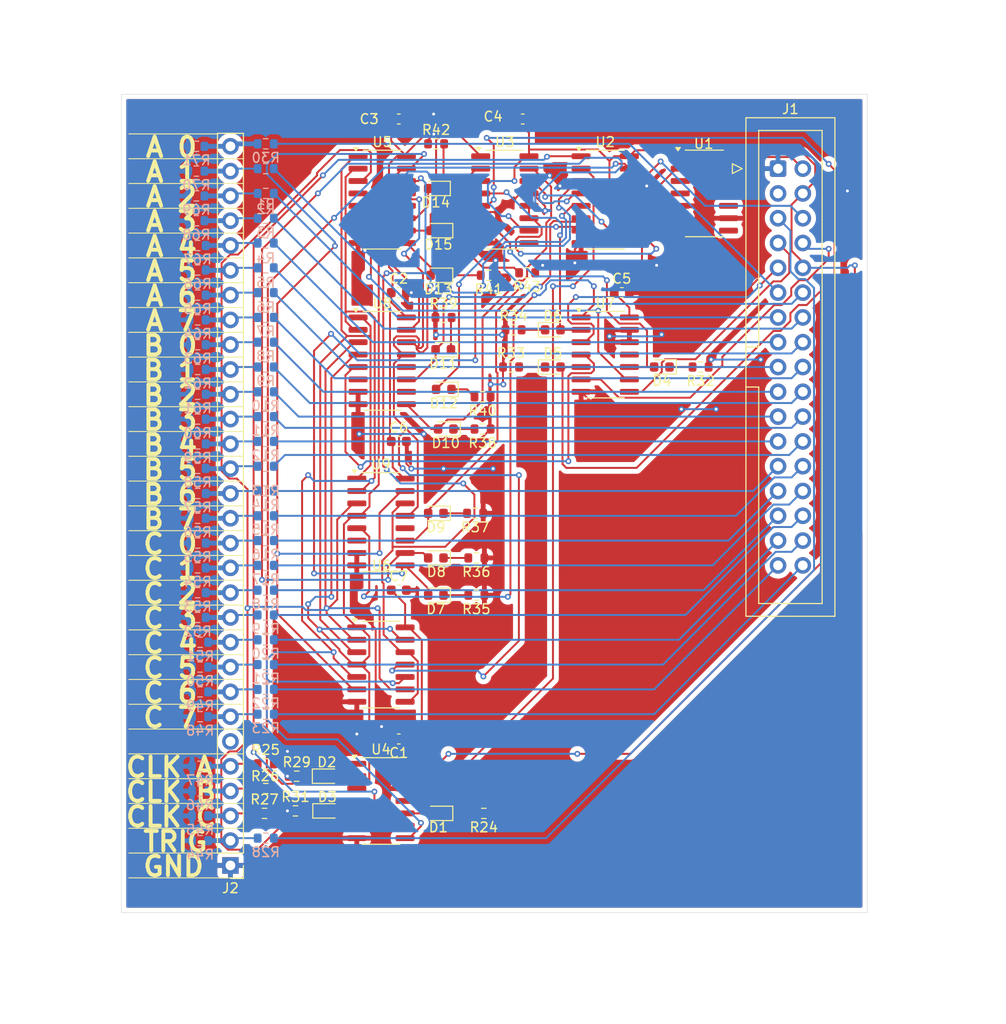
<source format=kicad_pcb>
(kicad_pcb (version 20240108) (generator "pcbnew") (generator_version "8.0")
  (layers (0 "F.Cu" signal) (31 "B.Cu" signal) (34 "B.Paste" user) (35 "F.Paste" user) (36 "B.SilkS" user "B.Silkscreen") (37 "F.SilkS" user "F.Silkscreen") (38 "B.Mask" user) (39 "F.Mask" user) (44 "Edge.Cuts" user))
  (net 0 "")
  (net 1 "GND")
  (net 2 "B2")
  (net 3 "C3")
  (net 4 "Clock_B")
  (net 5 "C6")
  (net 6 "A5")
  (net 7 "B0")
  (net 8 "B4")
  (net 9 "A2")
  (net 10 "Ext_Trig")
  (net 11 "A6")
  (net 12 "Clock_A")
  (net 13 "A1")
  (net 14 "B7")
  (net 15 "C2")
  (net 16 "C5")
  (net 17 "B1")
  (net 18 "DATA")
  (net 19 "C7")
  (net 20 "Clock_C")
  (net 21 "A4")
  (net 22 "C1")
  (net 23 "B5")
  (net 24 "B3")
  (net 25 "A3")
  (net 27 "A7")
  (net 28 "C0")
  (net 29 "C4")
  (net 30 "CLK")
  (net 31 "A0")
  (net 32 "B6")
  (net 33 "Net-(J2-Pin_27)")
  (net 34 "Net-(J2-Pin_2)")
  (net 35 "Net-(J2-Pin_14)")
  (net 36 "Net-(J2-Pin_9)")
  (net 37 "Net-(J2-Pin_12)")
  (net 38 "Net-(J2-Pin_18)")
  (net 39 "Net-(J2-Pin_5)")
  (net 40 "Net-(J2-Pin_7)")
  (net 41 "Net-(J2-Pin_17)")
  (net 42 "Net-(J2-Pin_3)")
  (net 43 "Net-(J2-Pin_28)")
  (net 44 "Net-(J2-Pin_20)")
  (net 45 "Net-(J2-Pin_21)")
  (net 46 "Net-(J2-Pin_4)")
  (net 47 "Net-(J2-Pin_10)")
  (net 48 "Net-(J2-Pin_16)")
  (net 49 "Net-(J2-Pin_15)")
  (net 50 "Net-(J2-Pin_26)")
  (net 51 "Net-(J2-Pin_11)")
  (net 52 "Net-(J2-Pin_13)")
  (net 53 "Net-(J2-Pin_22)")
  (net 54 "Net-(J2-Pin_24)")
  (net 55 "Net-(J2-Pin_8)")
  (net 56 "Net-(J2-Pin_23)")
  (net 57 "Net-(J2-Pin_29)")
  (net 58 "Net-(J2-Pin_19)")
  (net 59 "AI")
  (net 60 "BI")
  (net 61 "CI")
  (net 66 "Net-(U2-RCLK)")
  (net 68 "SMPL_B_is_B")
  (net 69 "Inv_A_Input")
  (net 70 "Inv_C_Input")
  (net 71 "Inv_B_Input")
  (net 72 "SMPL_A_is_B")
  (net 73 "SMPL_A_is_C")
  (net 74 "SMPL_B_is_C")
  (net 75 "Net-(U2-QH')")
  (net 76 "SMPL_A_is_A+C")
  (net 77 "SMPL_C_is_A+C")
  (net 79 "SMPL_B_is_A+C")
  (net 80 "Inv_A_Output")
  (net 81 "SMPL_C_is_B")
  (net 82 "Inv_B_Output")
  (net 83 "Inv_C_Output")
  (net 85 "SMPL_C_is_C")
  (net 86 "A")
  (net 88 "C")
  (net 89 "B")
  (net 90 "A+B")
  (net 91 "A+B+C")
  (net 92 "B+C")
  (net 94 "A+C")
  (net 96 "Net-(U5-Q)")
  (net 97 "Net-(U8-Q)")
  (net 101 "+5V")
  (net 102 "Net-(D1-K)")
  (net 103 "Net-(D2-K)")
  (net 104 "Net-(D3-K)")
  (net 105 "Net-(D4-K)")
  (net 106 "Net-(D5-K)")
  (net 107 "Net-(D10-K)")
  (net 108 "Net-(D11-K)")
  (net 109 "Net-(D13-K)")
  (net 110 "Net-(D14-K)")
  (net 111 "Net-(D15-K)")
  (net 112 "Net-(J2-Pin_30)")
  (net 113 "Net-(J2-Pin_25)")
  (net 115 "Net-(D6-K)")
  (net 116 "Net-(D7-K)")
  (net 117 "Net-(D8-K)")
  (net 118 "Net-(D9-K)")
  (net 119 "Net-(D12-K)")
  (net 120 "Net-(U9-Q)")
  (footprint "Resistor_SMD:R_0603_1608Metric" (layer "F.Cu") (at 77.47 71.12)
    (property "Reference" "R39")
    (property "Value" "500")
  )
  (footprint "Resistor_SMD:R_0603_1608Metric" (layer "F.Cu") (at 59.119 121.92)
    (property "Reference" "R27")
    (property "Value" "500")
  )
  (footprint "Resistor_SMD:R_0603_1608Metric" (layer "F.Cu") (at 81.471 82.55 180)
    (property "Reference" "R38")
    (property "Value" "500")
  )
  (footprint "LED_SMD:LED_0603_1608Metric" (layer "F.Cu") (at 76.6825 95.758 180)
    (property "Reference" "D8")
    (property "Value" "LED")
  )
  (footprint "Package_SO:SOIC-16_3.9x9.9mm_P1.27mm" (layer "F.Cu") (at 94.045 59.055)
    (property "Reference" "U2")
    (property "Value" "74HC595")
  )
  (footprint "Resistor_SMD:R_0603_1608Metric" (layer "F.Cu") (at 62.421 118.11)
    (property "Reference" "R29")
    (property "Value" "500")
  )
  (footprint "Package_SO:SOIC-16_3.9x9.9mm_P1.27mm" (layer "F.Cu") (at 71.055 92.075)
    (property "Reference" "U9")
    (property "Value" "74HC251")
  )
  (footprint "Capacitor_SMD:C_0603_1608Metric" (layer "F.Cu") (at 72.885 114.3 180)
    (property "Reference" "C1")
    (property "Value" "100n")
  )
  (footprint "Resistor_SMD:R_0603_1608Metric" (layer "F.Cu") (at 82.105 66.802 180)
    (property "Reference" "R41")
    (property "Value" "500")
  )
  (footprint "Capacitor_SMD:C_0603_1608Metric" (layer "F.Cu") (at 95.745 68.58)
    (property "Reference" "C5")
    (property "Value" "100n")
  )
  (footprint "Capacitor_SMD:C_0603_1608Metric" (layer "F.Cu") (at 72.885 68.58)
    (property "Reference" "C2")
    (property "Value" "100n")
  )
  (footprint "LED_SMD:LED_0603_1608Metric" (layer "F.Cu") (at 88.6715 76.2)
    (property "Reference" "D5")
    (property "Value" "LED")
  )
  (footprint "Resistor_SMD:R_0603_1608Metric" (layer "F.Cu") (at 80.709 91.186 180)
    (property "Reference" "R37")
    (property "Value" "500")
  )
  (footprint "Resistor_SMD:R_0603_1608Metric" (layer "F.Cu") (at 86.043 66.548 180)
    (property "Reference" "R43")
    (property "Value" "500")
  )
  (footprint "Resistor_SMD:R_0603_1608Metric" (layer "F.Cu") (at 84.645 72.39)
    (property "Reference" "R34")
    (property "Value" "500")
  )
  (footprint "Resistor_SMD:R_0603_1608Metric" (layer "F.Cu") (at 59.245 116.84)
    (property "Reference" "R25")
    (property "Value" "500")
  )
  (footprint "Resistor_SMD:R_0603_1608Metric" (layer "F.Cu") (at 80.835 95.758 180)
    (property "Reference" "R36")
    (property "Value" "500")
  )
  (footprint "Capacitor_SMD:C_0603_1608Metric" (layer "F.Cu") (at 72.885 99.06)
    (property "Reference" "C7")
    (property "Value" "100n")
  )
  (footprint "Connector_PinHeader_2.54mm:PinHeader_1x30_P2.54mm_Vertical" (layer "F.Cu") (at 55.626 127.254 180)
    (property "Reference" "J2")
    (property "Value" "Conn_01x30_Pin")
  )
  (footprint "Package_SO:SOIC-16_3.9x9.9mm_P1.27mm" (layer "F.Cu") (at 83.755 59.055)
    (property "Reference" "U3")
    (property "Value" "74HC595")
  )
  (footprint "Resistor_SMD:R_0603_1608Metric" (layer "F.Cu") (at 76.708 53.34)
    (property "Reference" "R42")
    (property "Value" "500")
  )
  (footprint "Resistor_SMD:R_0603_1608Metric" (layer "F.Cu") (at 62.293 121.666)
    (property "Reference" "R31")
    (property "Value" "500")
  )
  (footprint "Resistor_SMD:R_0603_1608Metric" (layer "F.Cu") (at 103.823 76.2 180)
    (property "Reference" "R32")
    (property "Value" "500")
  )
  (footprint "Capacitor_SMD:C_0603_1608Metric" (layer "F.Cu") (at 85.585 50.8)
    (property "Reference" "C4")
    (property "Value" "100n")
  )
  (footprint "Package_SO:SOIC-16_3.9x9.9mm_P1.27mm" (layer "F.Cu") (at 71.185 59.055)
    (property "Reference" "U5")
    (property "Value" "74HC251")
  )
  (footprint "LED_SMD:LED_0603_1608Metric" (layer "F.Cu") (at 65.5575 121.666)
    (property "Reference" "D3")
    (property "Value" "LED")
  )
  (footprint "LED_SMD:LED_0603_1608Metric" (layer "F.Cu") (at 76.9365 66.802 180)
    (property "Reference" "D13")
    (property "Value" "LED")
  )
  (footprint "LED_SMD:LED_0603_1608Metric" (layer "F.Cu") (at 77.4445 74.422 180)
    (property "Reference" "D11")
    (property "Value" "LED")
  )
  (footprint "LED_SMD:LED_0603_1608Metric" (layer "F.Cu") (at 76.6825 99.568 180)
    (property "Reference" "D7")
    (property "Value" "LED")
  )
  (footprint "LED_SMD:LED_0603_1608Metric" (layer "F.Cu") (at 88.6715 72.39)
    (property "Reference" "D6")
    (property "Value" "LED")
  )
  (footprint "LED_SMD:LED_0603_1608Metric" (layer "F.Cu") (at 77.4955 78.486 180)
    (property "Reference" "D12")
    (property "Value" "LED")
  )
  (footprint "LED_SMD:LED_0603_1608Metric" (layer "F.Cu") (at 76.6825 91.186 180)
    (property "Reference" "D9")
    (property "Value" "LED")
  )
  (footprint "LED_SMD:LED_0603_1608Metric" (layer "F.Cu") (at 76.6825 57.912 180)
    (property "Reference" "D14")
    (property "Value" "LED")
  )
  (footprint "LED_SMD:LED_0603_1608Metric" (layer "F.Cu") (at 65.5065 118.11)
    (property "Reference" "D2")
    (property "Value" "LED")
  )
  (footprint "Capacitor_SMD:C_0603_1608Metric" (layer "F.Cu") (at 72.885 50.8)
    (property "Reference" "C3")
    (property "Value" "100n")
  )
  (footprint "Resistor_SMD:R_0603_1608Metric" (layer "F.Cu") (at 81.597 121.92 180)
    (property "Reference" "R24")
    (property "Value" "500")
  )
  (footprint "Package_SO:SOIC-16_3.9x9.9mm_P1.27mm" (layer "F.Cu") (at 71.185 75.565)
    (property "Reference" "U8")
    (property "Value" "74HC251")
  )
  (footprint "Package_SO:SOIC-14_3.9x8.7mm_P1.27mm" (layer "F.Cu") (at 104.205 58.42)
    (property "Reference" "U1")
    (property "Value" "74HC04")
  )
  (footprint "Resistor_SMD:R_0603_1608Metric" (layer "F.Cu") (at 81.471 79.248 180)
    (property "Reference" "R40")
    (property "Value" "500")
  )
  (footprint "Package_SO:SOIC-14_3.9x8.7mm_P1.27mm" (layer "F.Cu") (at 71.055 120.65)
    (property "Reference" "U4")
    (property "Value" "74HC86")
  )
  (footprint "LED_SMD:LED_0603_1608Metric" (layer "F.Cu") (at 77.6985 82.55 180)
    (property "Reference" "D10")
    (property "Value" "LED")
  )
  (footprint "Resistor_SMD:R_0603_1608Metric" (layer "F.Cu") (at 59.245 119.38)
    (property "Reference" "R26")
    (property "Value" "500")
  )
  (footprint "LED_SMD:LED_0603_1608Metric" (layer "F.Cu") (at 76.9365 62.23 180)
    (property "Reference" "D15")
    (property "Value" "LED")
  )
  (footprint "Capacitor_SMD:C_0603_1608Metric" (layer "F.Cu") (at 72.885 83.82)
    (property "Reference" "C6")
    (property "Value" "100n")
  )
  (footprint "LED_SMD:LED_0603_1608Metric" (layer "F.Cu") (at 99.8475 76.2 180)
    (property "Reference" "D4")
    (property "Value" "LED")
  )
  (footprint "Resistor_SMD:R_0603_1608Metric" (layer "F.Cu") (at 80.835 99.568 180)
    (property "Reference" "R35")
    (property "Value" "500")
  )
  (footprint "Resistor_SMD:R_0603_1608Metric" (layer "F.Cu") (at 84.391 76.2)
    (property "Reference" "R33")
    (property "Value" "500")
  )
  (footprint "Package_SO:SOIC-14_3.9x8.7mm_P1.27mm" (layer "F.Cu") (at 71.055 106.68)
    (property "Reference" "U6")
    (property "Value" "74HC32")
  )
  (footprint "LED_SMD:LED_0603_1608Metric" (layer "F.Cu") (at 76.9365 121.92 180)
    (property "Reference" "D1")
    (property "Value" "LED")
  )
  (footprint "Connector_IDC:IDC-Header_2x17_P2.54mm_Vertical" (layer "F.Cu") (at 111.76 55.88)
    (property "Reference" "J1")
    (property "Value" "Conn_02x17_Odd_Even")
  )
  (footprint "Package_SO:SOIC-14_3.9x8.7mm_P1.27mm" (layer "F.Cu") (at 94.045 74.93)
    (property "Reference" "U7")
    (property "Value" "74HC86")
  )
  (footprint "Resistor_SMD:R_0603_1608Metric" (layer "B.Cu") (at 59.245 71.12)
    (property "Reference" "R7")
    (property "Value" "500")
  )
  (footprint "Resistor_SMD:R_0603_1608Metric" (layer "B.Cu") (at 52.515 106.934)
    (property "Reference" "R50")
    (property "Value" "100k")
  )
  (footprint "Resistor_SMD:R_0603_1608Metric" (layer "B.Cu") (at 59.245 86.36)
    (property "Reference" "R13")
    (property "Value" "500")
  )
  (footprint "Resistor_SMD:R_0603_1608Metric" (layer "B.Cu") (at 59.245 73.66)
    (property "Reference" "R8")
    (property "Value" "500")
  )
  (footprint "Resistor_SMD:R_0603_1608Metric" (layer "B.Cu") (at 52.133 56.134)
    (property "Reference" "R70")
    (property "Value" "100k")
  )
  (footprint "Resistor_SMD:R_0603_1608Metric" (layer "B.Cu") (at 59.245 81.28)
    (property "Reference" "R11")
    (property "Value" "500")
  )
  (footprint "Resistor_SMD:R_0603_1608Metric" (layer "B.Cu") (at 52.515 124.714)
    (property "Reference" "R44")
    (property "Value" "100k")
  )
  (footprint "Resistor_SMD:R_0603_1608Metric" (layer "B.Cu") (at 52.261 76.454)
    (property "Reference" "R62")
    (property "Value" "100k")
  )
  (footprint "Resistor_SMD:R_0603_1608Metric" (layer "B.Cu") (at 59.245 68.58)
    (property "Reference" "R6")
    (property "Value" "500")
  )
  (footprint "Resistor_SMD:R_0603_1608Metric" (layer "B.Cu") (at 52.133 58.674)
    (property "Reference" "R69")
    (property "Value" "100k")
  )
  (footprint "Resistor_SMD:R_0603_1608Metric" (layer "B.Cu") (at 59.245 99.06)
    (property "Reference" "R18")
    (property "Value" "500")
  )
  (footprint "Resistor_SMD:R_0603_1608Metric" (layer "B.Cu") (at 52.261 96.774)
    (property "Reference" "R54")
    (property "Value" "100k")
  )
  (footprint "Resistor_SMD:R_0603_1608Metric" (layer "B.Cu") (at 59.245 96.52)
    (property "Reference" "R17")
    (property "Value" "500")
  )
  (footprint "Resistor_SMD:R_0603_1608Metric" (layer "B.Cu") (at 59.245 91.44)
    (property "Reference" "R15")
    (property "Value" "500")
  )
  (footprint "Resistor_SMD:R_0603_1608Metric" (layer "B.Cu") (at 59.245 109.22)
    (property "Reference" "R22")
    (property "Value" "500")
  )
  (footprint "Resistor_SMD:R_0603_1608Metric" (layer "B.Cu") (at 52.261 101.854)
    (property "Reference" "R52")
    (property "Value" "100k")
  )
  (footprint "Resistor_SMD:R_0603_1608Metric" (layer "B.Cu") (at 52.515 109.474)
    (property "Reference" "R49")
    (property "Value" "100k")
  )
  (footprint "Resistor_SMD:R_0603_1608Metric" (layer "B.Cu") (at 59.245 60.96)
    (property "Reference" "R3")
    (property "Value" "500")
  )
  (footprint "Resistor_SMD:R_0603_1608Metric" (layer "B.Cu") (at 59.245 124.46)
    (property "Reference" "R28")
    (property "Value" "500")
  )
  (footprint "Resistor_SMD:R_0603_1608Metric" (layer "B.Cu") (at 59.245 58.42)
    (property "Reference" "R2")
    (property "Value" "500")
  )
  (footprint "Resistor_SMD:R_0603_1608Metric" (layer "B.Cu") (at 59.245 55.88)
    (property "Reference" "R1")
    (property "Value" "500")
  )
  (footprint "Resistor_SMD:R_0603_1608Metric" (layer "B.Cu") (at 59.245 63.5)
    (property "Reference" "R4")
    (property "Value" "500")
  )
  (footprint "Resistor_SMD:R_0603_1608Metric" (layer "B.Cu") (at 52.261 89.154)
    (property "Reference" "R57")
    (property "Value" "100k")
  )
  (footprint "Resistor_SMD:R_0603_1608Metric" (layer "B.Cu") (at 52.261 81.534)
    (property "Reference" "R60")
    (property "Value" "100k")
  )
  (footprint "Resistor_SMD:R_0603_1608Metric" (layer "B.Cu") (at 52.261 86.584)
    (property "Reference" "R58")
    (property "Value" "100k")
  )
  (footprint "Resistor_SMD:R_0603_1608Metric" (layer "B.Cu") (at 52.515 117.094)
    (property "Reference" "R47")
    (property "Value" "100k")
  )
  (footprint "Resistor_SMD:R_0603_1608Metric" (layer "B.Cu") (at 52.261 71.374)
    (property "Reference" "R64")
    (property "Value" "100k")
  )
  (footprint "Resistor_SMD:R_0603_1608Metric" (layer "B.Cu") (at 52.261 99.314)
    (property "Reference" "R53")
    (property "Value" "100k")
  )
  (footprint "Resistor_SMD:R_0603_1608Metric" (layer "B.Cu") (at 52.261 84.074)
    (property "Reference" "R59")
    (property "Value" "100k")
  )
  (footprint "Resistor_SMD:R_0603_1608Metric" (layer "B.Cu") (at 59.245 111.76)
    (property "Reference" "R23")
    (property "Value" "500")
  )
  (footprint "Resistor_SMD:R_0603_1608Metric" (layer "B.Cu") (at 59.245 83.82)
    (property "Reference" "R12")
    (property "Value" "500")
  )
  (footprint "Resistor_SMD:R_0603_1608Metric" (layer "B.Cu") (at 59.245 76.2)
    (property "Reference" "R9")
    (property "Value" "500")
  )
  (footprint "Resistor_SMD:R_0603_1608Metric" (layer "B.Cu") (at 52.133 53.594)
    (property "Reference" "R71")
    (property "Value" "100k")
  )
  (footprint "Resistor_SMD:R_0603_1608Metric" (layer "B.Cu") (at 52.261 68.834)
    (property "Reference" "R65")
    (property "Value" "100k")
  )
  (footprint "Resistor_SMD:R_0603_1608Metric" (layer "B.Cu") (at 59.245 53.34)
    (property "Reference" "R30")
    (property "Value" "500")
  )
  (footprint "Resistor_SMD:R_0603_1608Metric" (layer "B.Cu") (at 52.515 122.174)
    (property "Reference" "R45")
    (property "Value" "100k")
  )
  (footprint "Resistor_SMD:R_0603_1608Metric" (layer "B.Cu") (at 52.261 78.994)
    (property "Reference" "R61")
    (property "Value" "100k")
  )
  (footprint "Resistor_SMD:R_0603_1608Metric" (layer "B.Cu") (at 59.245 101.6)
    (property "Reference" "R19")
    (property "Value" "500")
  )
  (footprint "Resistor_SMD:R_0603_1608Metric" (layer "B.Cu") (at 59.245 88.9)
    (property "Reference" "R14")
    (property "Value" "500")
  )
  (footprint "Resistor_SMD:R_0603_1608Metric" (layer "B.Cu") (at 59.245 66.04)
    (property "Reference" "R5")
    (property "Value" "500")
  )
  (footprint "Resistor_SMD:R_0603_1608Metric" (layer "B.Cu") (at 52.261 91.694)
    (property "Reference" "R56")
    (property "Value" "100k")
  )
  (footprint "Resistor_SMD:R_0603_1608Metric" (layer "B.Cu") (at 59.245 104.14)
    (property "Reference" "R20")
    (property "Value" "500")
  )
  (footprint "Resistor_SMD:R_0603_1608Metric" (layer "B.Cu") (at 52.515 104.394)
    (property "Reference" "R51")
    (property "Value" "100k")
  )
  (footprint "Resistor_SMD:R_0603_1608Metric" (layer "B.Cu") (at 52.515 112.014)
    (property "Reference" "R48")
    (property "Value" "100k")
  )
  (footprint "Resistor_SMD:R_0603_1608Metric" (layer "B.Cu") (at 59.245 78.74)
    (property "Reference" "R10")
    (property "Value" "500")
  )
  (footprint "Resistor_SMD:R_0603_1608Metric" (layer "B.Cu") (at 52.261 94.234)
    (property "Reference" "R55")
    (property "Value" "100k")
  )
  (footprint "Resistor_SMD:R_0603_1608Metric" (layer "B.Cu") (at 52.261 73.914)
    (property "Reference" "R63")
    (property "Value" "100k")
  )
  (footprint "Resistor_SMD:R_0603_1608Metric" (layer "B.Cu") (at 52.133 61.214)
    (property "Reference" "R68")
    (property "Value" "100k")
  )
  (footprint "Resistor_SMD:R_0603_1608Metric" (layer "B.Cu") (at 52.261 63.754)
    (property "Reference" "R67")
    (property "Value" "100k")
  )
  (footprint "Resistor_SMD:R_0603_1608Metric" (layer "B.Cu") (at 59.245 106.68)
    (property "Reference" "R21")
    (property "Value" "500")
  )
  (footprint "Resistor_SMD:R_0603_1608Metric" (layer "B.Cu") (at 59.245 93.98)
    (property "Reference" "R16")
    (property "Value" "500")
  )
  (footprint "Resistor_SMD:R_0603_1608Metric" (layer "B.Cu") (at 52.261 66.264)
    (property "Reference" "R66")
    (property "Value" "100k")
  )
  (footprint "Resistor_SMD:R_0603_1608Metric" (layer "B.Cu") (at 52.515 119.634)
    (property "Reference" "R46")
    (property "Value" "100k")
  )
  (gr_line (start 56.896 98.044) (end 45.212 98.044) (stroke (width 0.1)) (layer "F.SilkS"))
  (gr_line (start 56.896 113.284) (end 45.212 113.284) (stroke (width 0.1)) (layer "F.SilkS"))
  (gr_line (start 56.896 67.564) (end 45.212 67.564) (stroke (width 0.1)) (layer "F.SilkS"))
  (gr_line (start 56.896 123.444) (end 45.212 123.444) (stroke (width 0.1)) (layer "F.SilkS"))
  (gr_line (start 56.896 54.864) (end 45.212 54.864) (stroke (width 0.1)) (layer "F.SilkS"))
  (gr_line (start 56.896 90.424) (end 45.212 90.424) (stroke (width 0.1)) (layer "F.SilkS"))
  (gr_line (start 56.896 72.644) (end 45.466 72.644) (stroke (width 0.1)) (layer "F.SilkS"))
  (gr_line (start 56.896 59.944) (end 45.212 59.944) (stroke (width 0.1)) (layer "F.SilkS"))
  (gr_line (start 56.896 110.744) (end 45.212 110.744) (stroke (width 0.1)) (layer "F.SilkS"))
  (gr_line (start 56.896 57.404) (end 45.212 57.404) (stroke (width 0.1)) (layer "F.SilkS"))
  (gr_line (start 54.356 52.324) (end 45.212 52.324) (stroke (width 0.1)) (layer "F.SilkS"))
  (gr_line (start 56.896 108.204) (end 45.212 108.204) (stroke (width 0.1)) (layer "F.SilkS"))
  (gr_line (start 56.896 120.904) (end 45.212 120.904) (stroke (width 0.1)) (layer "F.SilkS"))
  (gr_line (start 56.896 70.104) (end 45.212 70.104) (stroke (width 0.1)) (layer "F.SilkS"))
  (gr_line (start 56.896 128.524) (end 45.212 128.524) (stroke (width 0.1)) (layer "F.SilkS"))
  (gr_line (start 56.896 87.884) (end 45.212 87.884) (stroke (width 0.1)) (layer "F.SilkS"))
  (gr_line (start 56.896 115.824) (end 45.212 115.824) (stroke (width 0.1)) (layer "F.SilkS"))
  (gr_line (start 56.896 95.504) (end 45.212 95.504) (stroke (width 0.1)) (layer "F.SilkS"))
  (gr_line (start 56.896 80.264) (end 45.212 80.264) (stroke (width 0.1)) (layer "F.SilkS"))
  (gr_line (start 56.896 65.024) (end 45.212 65.024) (stroke (width 0.1)) (layer "F.SilkS"))
  (gr_line (start 56.896 100.584) (end 45.212 100.584) (stroke (width 0.1)) (layer "F.SilkS"))
  (gr_line (start 56.896 103.124) (end 45.212 103.124) (stroke (width 0.1)) (layer "F.SilkS"))
  (gr_line (start 56.896 77.724) (end 45.212 77.724) (stroke (width 0.1)) (layer "F.SilkS"))
  (gr_line (start 56.896 75.184) (end 45.212 75.184) (stroke (width 0.1)) (layer "F.SilkS"))
  (gr_line (start 45.466 72.644) (end 45.212 72.644) (stroke (width 0.1)) (layer "F.SilkS"))
  (gr_line (start 45.466 82.804) (end 45.212 82.804) (stroke (width 0.1)) (layer "F.SilkS"))
  (gr_line (start 56.896 62.484) (end 45.212 62.484) (stroke (width 0.1)) (layer "F.SilkS"))
  (gr_line (start 56.896 82.804) (end 45.466 82.804) (stroke (width 0.1)) (layer "F.SilkS"))
  (gr_line (start 56.896 92.964) (end 45.212 92.964) (stroke (width 0.1)) (layer "F.SilkS"))
  (gr_line (start 55.626 125.984) (end 45.212 125.984) (stroke (width 0.1)) (layer "F.SilkS"))
  (gr_line (start 56.896 85.344) (end 45.212 85.344) (stroke (width 0.1)) (layer "F.SilkS"))
  (gr_line (start 56.896 105.664) (end 45.212 105.664) (stroke (width 0.1)) (layer "F.SilkS"))
  (gr_line (start 56.896 118.364) (end 45.212 118.364) (stroke (width 0.1)) (layer "F.SilkS"))
  (gr_rect (start 44.45 48.26) (end 120.904 132.08) (stroke (width 0.05)) (fill none) (layer "Edge.Cuts"))
  (gr_text "A 6" (at 46.736 70.104 0) (layer "F.SilkS") (effects (font (size 2 2) (thickness 0.4) (bold yes)) (justify left bottom)))
  (gr_text "C 2" (at 46.482 100.584 0) (layer "F.SilkS") (effects (font (size 2 2) (thickness 0.4) (bold yes)) (justify left bottom)))
  (gr_text "B 7" (at 46.482 92.964 0) (layer "F.SilkS") (effects (font (size 2 2) (thickness 0.4) (bold yes)) (justify left bottom)))
  (gr_text "B 4" (at 46.482 85.344 0) (layer "F.SilkS") (effects (font (size 2 2) (thickness 0.4) (bold yes)) (justify left bottom)))
  (gr_text "A 0" (at 46.736 54.864 0) (layer "F.SilkS") (effects (font (size 2 2) (thickness 0.4) (bold yes)) (justify left bottom)))
  (gr_text "C 7\n" (at 46.482 113.284 0) (layer "F.SilkS") (effects (font (size 2 2) (thickness 0.4) (bold yes)) (justify left bottom)))
  (gr_text "C 1" (at 46.482 98.044 0) (layer "F.SilkS") (effects (font (size 2 2) (thickness 0.4) (bold yes)) (justify left bottom)))
  (gr_text "B 1" (at 46.482 77.724 0) (layer "F.SilkS") (effects (font (size 2 2) (thickness 0.4) (bold yes)) (justify left bottom)))
  (gr_text "B 5" (at 46.482 87.884 0) (layer "F.SilkS") (effects (font (size 2 2) (thickness 0.4) (bold yes)) (justify left bottom)))
  (gr_text "TRIG" (at 46.482 125.984 0) (layer "F.SilkS") (effects (font (size 2 2) (thickness 0.4) (bold yes)) (justify left bottom)))
  (gr_text "B 2" (at 46.482 80.264 0) (layer "F.SilkS") (effects (font (size 2 2) (thickness 0.4) (bold yes)) (justify left bottom)))
  (gr_text "A 7" (at 46.736 72.644 0) (layer "F.SilkS") (effects (font (size 2 2) (thickness 0.4) (bold yes)) (justify left bottom)))
  (gr_text "C 3" (at 46.482 103.124 0) (layer "F.SilkS") (effects (font (size 2 2) (thickness 0.4) (bold yes)) (justify left bottom)))
  (gr_text "A 1" (at 46.736 57.404 0) (layer "F.SilkS") (effects (font (size 2 2) (thickness 0.4) (bold yes)) (justify left bottom)))
  (gr_text "A 5" (at 46.736 67.564 0) (layer "F.SilkS") (effects (font (size 2 2) (thickness 0.4) (bold yes)) (justify left bottom)))
  (gr_text "C 4" (at 46.482 105.664 0) (layer "F.SilkS") (effects (font (size 2 2) (thickness 0.4) (bold yes)) (justify left bottom)))
  (gr_text "B 3" (at 46.482 82.804 0) (layer "F.SilkS") (effects (font (size 2 2) (thickness 0.4) (bold yes)) (justify left bottom)))
  (gr_text "B 6" (at 46.482 90.424 0) (layer "F.SilkS") (effects (font (size 2 2) (thickness 0.4) (bold yes)) (justify left bottom)))
  (gr_text "C 0" (at 46.482 95.504 0) (layer "F.SilkS") (effects (font (size 2 2) (thickness 0.4) (bold yes)) (justify left bottom)))
  (gr_text "GND" (at 46.482 128.524 0) (layer "F.SilkS") (effects (font (size 2 2) (thickness 0.4) (bold yes)) (justify left bottom)))
  (gr_text "B 0" (at 46.482 75.184 0) (layer "F.SilkS") (effects (font (size 2 2) (thickness 0.4) (bold yes)) (justify left bottom)))
  (gr_text "CLK B" (at 44.704 120.904 0) (layer "F.SilkS") (effects (font (size 2 2) (thickness 0.4) (bold yes)) (justify left bottom)))
  (gr_text "C 5" (at 46.482 108.204 0) (layer "F.SilkS") (effects (font (size 2 2) (thickness 0.4) (bold yes)) (justify left bottom)))
  (gr_text "A 2" (at 46.736 59.944 0) (layer "F.SilkS") (effects (font (size 2 2) (thickness 0.4) (bold yes)) (justify left bottom)))
  (gr_text "A 4" (at 46.736 65.024 0) (layer "F.SilkS") (effects (font (size 2 2) (thickness 0.4) (bold yes)) (justify left bottom)))
  (gr_text "CLK C" (at 44.704 123.444 0) (layer "F.SilkS") (effects (font (size 2 2) (thickness 0.4) (bold yes)) (justify left bottom)))
  (gr_text "A 3" (at 46.736 62.484 0) (layer "F.SilkS") (effects (font (size 2 2) (thickness 0.4) (bold yes)) (justify left bottom)))
  (gr_text "C 6" (at 46.482 110.744 0) (layer "F.SilkS") (effects (font (size 2 2) (thickness 0.4) (bold yes)) (justify left bottom)))
  (gr_text "CLK A\n" (at 44.704 118.364 0) (layer "F.SilkS") (effects (font (size 2 2) (thickness 0.4) (bold yes)) (justify left bottom)))
  (segment (start 75.883 53.34) (end 75.883 52.93553) (width 0.2) (layer "F.Cu") (net 1))
  (segment (start 93.348 80.518) (end 101.854 80.518) (width 0.2) (layer "F.Cu") (net 1))
  (segment (start 86.575552 58.42) (end 86.23 58.42) (width 0.2) (layer "F.Cu") (net 1))
  (segment (start 75.438 83.058) (end 75.938314 83.558314) (width 0.2) (layer "F.Cu") (net 1))
  (segment (start 99.314 65.786) (end 99.822 66.294) (width 0.2) (layer "F.Cu") (net 1))
  (segment (start 96.52 58.42) (end 97.536 58.42) (width 0.2) (layer "F.Cu") (net 1))
  (segment (start 79.494314 83.558314) (end 80.391 84.455) (width 0.2) (layer "F.Cu") (net 1))
  (segment (start 106.535171 70.358) (end 109.639471 67.2537) (width 0.2) (layer "F.Cu") (net 1))
  (segment (start 82.93 66.802) (end 82.93 68.3087) (width 0.2) (layer "F.Cu") (net 1))
  (segment (start 68.71 63.5) (end 68.71 63.5525) (width 0.2) (layer "F.Cu") (net 1))
  (segment (start 97.536 58.42) (end 98.298 57.658) (width 0.2) (layer "F.Cu") (net 1))
  (segment (start 73.66 68.58) (end 74.168 68.58) (width 0.2) (layer "F.Cu") (net 1))
  (segment (start 83.4635 72.898) (end 83.4635 72.7465) (width 0.2) (layer "F.Cu") (net 1))
  (segment (start 89.408 57.658) (end 89.408 57.404) (width 0.2) (layer "F.Cu") (net 1))
  (segment (start 83.566 77.9455) (end 83.5985 77.978) (width 0.2) (layer "F.Cu") (net 1))
  (segment (start 67.056 110.49) (end 68.58 110.49) (width 0.2) (layer "F.Cu") (net 1))
  (segment (start 75.946 50.8) (end 73.66 50.8) (width 0.2) (layer "F.Cu") (net 1))
  (segment (start 76.708 71.183) (end 76.645 71.12) (width 0.2) (layer "F.Cu") (net 1))
  (segment (start 90.932 65.532) (end 90.932 64.138) (width 0.2) (layer "F.Cu") (net 1))
  (segment (start 68.71 80.01) (end 68.71 82.934) (width 0.2) (layer "F.Cu") (net 1))
  (segment (start 104.648 76.2) (end 104.648 75.692) (width 0.2) (layer "F.Cu") (net 1))
  (segment (start 68.58 96.52) (end 68.58 101.092) (width 0.2) (layer "F.Cu") (net 1))
  (segment (start 73.66 86.09717) (end 74.172415 86.609585) (width 0.2) (layer "F.Cu") (net 1))
  (segment (start 83.4635 72.7465) (end 83.82 72.39) (width 0.2) (layer "F.Cu") (net 1))
  (segment (start 68.58 101.092) (end 70.51449 103.02649) (width 0.2) (layer "F.Cu") (net 1))
  (segment (start 68.71 82.934) (end 68.834 83.058) (width 0.2) (layer "F.Cu") (net 1))
  (segment (start 91.57 78.74) (end 93.348 80.518) (width 0.2) (layer "F.Cu") (net 1))
  (segment (start 95.088 73.66) (end 94.488 73.06) (width 0.2) (layer "F.Cu") (net 1))
  (segment (start 99.822 66.294) (end 99.822 70.358) (width 0.2) (layer "F.Cu") (net 1))
  (segment (start 80.005 60.549448) (end 80.225012 60.329436) (width 0.2) (layer "F.Cu") (net 1))
  (segment (start 76.454 50.292) (end 75.946 50.8) (width 0.2) (layer "F.Cu") (net 1))
  (segment (start 85.344 58.42) (end 86.23 58.42) (width 0.2) (layer "F.Cu") (net 1))
  (segment (start 68.58 110.49) (end 68.58 113.792) (width 0.2) (layer "F.Cu") (net 1))
  (segment (start 96.52 73.66) (end 95.088 73.66) (width 0.2) (layer "F.Cu") (net 1))
  (segment (start 80.305001 63.5) (end 80.005 63.199999) (width 0.2) (layer "F.Cu") (net 1))
  (segment (start 87.884 59.728448) (end 86.575552 58.42) (width 0.2) (layer "F.Cu") (net 1))
  (segment (start 70.51449 112.70449) (end 72.11 114.3) (width 0.2) (layer "F.Cu") (net 1))
  (segment (start 78.236415 86.609585) (end 77.47 86.609585) (width 0.2) (layer "F.Cu") (net 1))
  (segment (start 75.883 52.93553) (end 76.474265 52.344265) (width 0.2) (layer "F.Cu") (net 1))
  (segment (start 99.822 70.358) (end 99.822 72.87) (width 0.2) (layer "F.Cu") (net 1))
  (segment (start 71.12 113.03) (end 71.12 113.31) (width 0.2) (layer "F.Cu") (net 1))
  (segment (start 71.12 113.31) (end 72.11 114.3) (width 0.2) (layer "F.Cu") (net 1))
  (segment (start 68.71 63.5525) (end 69.4195 64.262) (width 0.2) (layer "F.Cu") (net 1))
  (segment (start 99.822 70.358) (end 106.535171 70.358) (width 0.2) (layer "F.Cu") (net 1))
  (segment (start 104.648 75.692) (end 104.902 75.438) (width 0.2) (layer "F.Cu") (net 1))
  (segment (start 80.225012 60.329436) (end 83.434564 60.329436) (width 0.2) (layer "F.Cu") (net 1))
  (segment (start 82.296 82.55) (end 80.391 84.455) (width 0.2) (layer "F.Cu") (net 1))
  (segment (start 76.645 69.151) (end 76.645 71.12) (width 0.2) (layer "F.Cu") (net 1))
  (segment (start 73.66 83.82) (end 73.66 86.09717) (width 0.2) (layer "F.Cu") (net 1))
  (segment (start 76.708 69.088) (end 76.645 69.151) (width 0.2) (layer "F.Cu") (net 1))
  (segment (start 90.932 64.138) (end 91.57 63.5) (width 0.2) (layer "F.Cu") (net 1))
  (segment (start 76.708 72.898) (end 76.708 71.183) (width 0.2) (layer "F.Cu") (net 1))
  (segment (start 80.005 63.199999) (end 80.005 60.549448) (width 0.2) (layer "F.Cu") (net 1))
  (segment (start 86.868 66.548) (end 87.63 65.786) (width 0.2) (layer "F.Cu") (net 1))
  (segment (start 83.434564 60.329436) (end 85.344 58.42) (width 0.2) (layer "F.Cu") (net 1))
  (segment (start 61.976 115.57) (end 67.056 110.49) (width 0.2) (layer "F.Cu") (net 1))
  (segment (start 83.566 76.2) (end 83.566 77.9455) (width 0.2) (layer "F.Cu") (net 1))
  (segment (start 81.28 63.5) (end 80.305001 63.5) (width 0.2) (layer "F.Cu") (net 1))
  (segment (start 70.51449 103.02649) (end 70.51449 112.70449) (width 0.2) (layer "F.Cu") (net 1))
  (segment (start 89.408 57.658) (end 88.342285 56.592285) (width 0.2) (layer "F.Cu") (net 1))
  (segment (start 82.93 68.3087) (end 82.804 68.4347) (width 0.2) (layer "F.Cu") (net 1))
  (segment (start 61.596 118.11) (end 61.468 118.11) (width 0.2) (layer "F.Cu") (net 1))
  (segment (start 76.708 68.58) (end 76.708 69.088) (width 0.2) (layer "F.Cu") (net 1))
  (segment (start 87.884 60.198) (end 87.884 59.728448) (width 0.2) (layer "F.Cu") (net 1))
  (segment (start 75.938314 83.558314) (end 79.494314 83.558314) (width 0.2) (layer "F.Cu") (net 1))
  (segment (start 80.391 84.455) (end 78.236415 86.609585) (width 0.2) (layer "F.Cu") (net 1))
  (segment (start 61.468 115.57) (end 61.976 115.57) (width 0.2) (layer "F.Cu") (net 1))
  (via (at 61.468 121.666) (size 0.6) (drill 0.3) (layers "F.Cu" "B.Cu") (net 1))
  (via (at 61.468 115.57) (size 0.6) (drill 0.3) (layers "F.Cu" "B.Cu") (net 1))
  (via (at 101.854 80.518) (size 0.6) (drill 0.3) (layers "F.Cu" "B.Cu") (net 1))
  (via (at 98.298 57.658) (size 0.6) (drill 0.3) (layers "F.Cu" "B.Cu") (net 1))
  (via (at 76.454 50.292) (size 0.6) (drill 0.3) (layers "F.Cu" "B.Cu") (net 1))
  (via (at 76.708 68.58) (size 0.6) (drill 0.3) (layers "F.Cu" "B.Cu") (net 1))
  (via (at 82.804 68.4347) (size 0.6) (drill 0.3) (layers "F.Cu" "B.Cu") (net 1))
  (via (at 88.342285 56.592285) (size 0.6) (drill 0.3) (layers "F.Cu" "B.Cu") (net 1))
  (via (at 94.488 73.06) (size 0.6) (drill 0.3) (layers "F.Cu" "B.Cu") (net 1))
  (via (at 68.834 83.058) (size 0.6) (drill 0.3) (layers "F.Cu" "B.Cu") (net 1))
  (via (at 74.168 68.58) (size 0.6) (drill 0.3) (layers "F.Cu" "B.Cu") (net 1))
  (via (at 99.314 65.786) (size 0.6) (drill 0.3) (layers "F.Cu" "B.Cu") (net 1))
  (via (at 76.474265 52.344265) (size 0.6) (drill 0.3) (layers "F.Cu" "B.Cu") (net 1))
  (via (at 82.296 77.978) (size 0.6) (drill 0.3) (layers "F.Cu" "B.Cu") (net 1))
  (via (at 99.822 72.87) (size 0.6) (drill 0.3) (layers "F.Cu" "B.Cu") (net 1))
  (via (at 87.884 60.198) (size 0.6) (drill 0.3) (layers "F.Cu" "B.Cu") (net 1))
  (via (at 76.708 72.898) (size 0.6) (drill 0.3) (layers "F.Cu" "B.Cu") (net 1))
  (via (at 74.172415 86.609585) (size 0.6) (drill 0.3) (layers "F.Cu" "B.Cu") (net 1))
  (via (at 83.4635 72.898) (size 0.6) (drill 0.3) (layers "F.Cu" "B.Cu") (net 1))
  (via (at 87.63 65.786) (size 0.6) (drill 0.3) (layers "F.Cu" "B.Cu") (net 1))
  (via (at 109.982 75.438) (size 0.6) (drill 0.3) (layers "F.Cu" "B.Cu") (net 1))
  (via (at 77.47 86.609585) (size 0.6) (drill 0.3) (layers "F.Cu" "B.Cu") (net 1))
  (via (at 82.55 86.614) (size 0.6) (drill 0.3) (layers "F.Cu" "B.Cu") (net 1))
  (via (at 69.4195 64.262) (size 0.6) (drill 0.3) (layers "F.Cu" "B.Cu") (net 1))
  (via (at 61.468 118.11) (size 0.6) (drill 0.3) (layers "F.Cu" "B.Cu") (net 1))
  (via (at 105.41 80.518) (size 0.6) (drill 0.3) (layers "F.Cu" "B.Cu") (net 1))
  (via (at 89.408 57.658) (size 0.6) (drill 0.3) (layers "F.Cu" "B.Cu") (net 1))
  (via (at 90.932 65.532) (size 0.6) (drill 0.3) (layers "F.Cu" "B.Cu") (net 1))
  (via (at 104.902 75.438) (size 0.6) (drill 0.3) (layers "F.Cu" "B.Cu") (net 1))
  (via (at 68.58 113.792) (size 0.6) (drill 0.3) (layers "F.Cu" "B.Cu") (net 1))
  (via (at 83.5985 77.978) (size 0.6) (drill 0.3) (layers "F.Cu" "B.Cu") (net 1))
  (via (at 75.438 83.058) (size 0.6) (drill 0.3) (layers "F.Cu" "B.Cu") (net 1))
  (via (at 118.872 58.166) (size 0.6) (drill 0.3) (layers "F.Cu" "B.Cu") (net 1))
  (via (at 82.804 65.278) (size 0.6) (drill 0.3) (layers "F.Cu" "B.Cu") (net 1))
  (via (at 71.12 113.03) (size 0.6) (drill 0.3) (layers "F.Cu" "B.Cu") (net 1))
  (segment (start 75.7402 56.1822) (end 76.7497 57.1917) (width 0.2) (layer "B.Cu") (net 1))
  (segment (start 78.443429 68.58) (end 78.298129 68.4347) (width 0.2) (layer "B.Cu") (net 1))
  (segment (start 68.58 113.792) (end 70.358 113.792) (width 0.2) (layer "B.Cu") (net 1))
  (segment (start 88.342285 56.592285) (end 86.8791 58.05547) (width 0.2) (layer "B.Cu") (net 1))
  (segment (start 69.4195 60.6285) (end 73.8658 56.1822) (width 0.2) (layer "B.Cu") (net 1))
  (segment (start 86.8791 59.4471) (end 87.63 60.198) (width 0.2) (layer "B.Cu") (net 1))
  (segment (start 78.298129 68.4347) (end 76.8533 68.4347) (width 0.2) (layer "B.Cu") (net 1))
  (segment (start 87.63 65.786) (end 90.678 65.786) (width 0.2) (layer "B.Cu") (net 1))
  (segment (start 69.4195 64.262) (end 69.4195 60.6285) (width 0.2) (layer "B.Cu") (net 1))
  (segment (start 97.536 58.42) (end 98.298 57.658) (width 0.2) (layer "B.Cu") (net 1))
  (segment (start 86.8791 58.05547) (end 86.8791 59.4471) (width 0.2) (layer "B.Cu") (net 1))
  (segment (start 96.266 58.42) (end 97.536 58.42) (width 0.2) (layer "B.Cu") (net 1))
  (segment (start 90.678 65.786) (end 90.932 65.532) (width 0.2) (layer "B.Cu") (net 1))
  (segment (start 91.186 65.786) (end 90.932 65.532) (width 0.2) (layer "B.Cu") (net 1))
  (segment (start 76.474265 50.312265) (end 76.454 50.292) (width 0.2) (layer "B.Cu") (net 1))
  (segment (start 76.474265 52.344265) (end 76.474265 50.312265) (width 0.2) (layer "B.Cu") (net 1))
  (segment (start 99.314 65.786) (end 91.186 65.786) (width 0.2) (layer "B.Cu") (net 1))
  (segment (start 83.4635 72.898) (end 76.708 72.898) (width 0.2) (layer "B.Cu") (net 1))
  (segment (start 70.358 113.792) (end 71.12 113.03) (width 0.2) (layer "B.Cu") (net 1))
  (segment (start 76.8533 68.4347) (end 76.708 68.58) (width 0.2) (layer "B.Cu") (net 1))
  (segment (start 76.7497 57.1917) (end 76.7497 68.5383) (width 0.2) (layer "B.Cu") (net 1))
  (segment (start 74.172415 86.609585) (end 77.47 86.609585) (width 0.2) (layer "B.Cu") (net 1))
  (segment (start 73.8658 56.1822) (end 75.7402 56.1822) (width 0.2) (layer "B.Cu") (net 1))
  (segment (start 95.504 57.658) (end 96.266 58.42) (width 0.2) (layer "B.Cu") (net 1))
  (segment (start 74.168 68.58) (end 76.708 68.58) (width 0.2) (layer "B.Cu") (net 1))
  (segment (start 61.468 118.11) (end 61.468 115.57) (width 0.2) (layer "B.Cu") (net 1))
  (segment (start 76.7497 68.5383) (end 76.708 68.58) (width 0.2) (layer "B.Cu") (net 1))
  (segment (start 82.804 68.4347) (end 82.804 65.278) (width 0.2) (layer "B.Cu") (net 1))
  (segment (start 87.63 60.198) (end 87.884 60.198) (width 0.2) (layer "B.Cu") (net 1))
  (segment (start 82.545585 86.609585) (end 82.55 86.614) (width 0.2) (layer "B.Cu") (net 1))
  (segment (start 99.632 73.06) (end 99.822 72.87) (width 0.2) (layer "B.Cu") (net 1))
  (segment (start 83.5985 77.978) (end 82.296 77.978) (width 0.2) (layer "B.Cu") (net 1))
  (segment (start 82.6587 68.58) (end 78.443429 68.58) (width 0.2) (layer "B.Cu") (net 1))
  (segment (start 94.488 73.06) (end 99.632 73.06) (width 0.2) (layer "B.Cu") (net 1))
  (segment (start 101.854 80.518) (end 105.41 80.518) (width 0.2) (layer "B.Cu") (net 1))
  (segment (start 68.834 83.058) (end 75.438 83.058) (width 0.2) (layer "B.Cu") (net 1))
  (segment (start 77.47 86.609585) (end 82.545585 86.609585) (width 0.2) (layer "B.Cu") (net 1))
  (segment (start 82.804 68.4347) (end 82.6587 68.58) (width 0.2) (layer "B.Cu") (net 1))
  (segment (start 89.408 57.658) (end 95.504 57.658) (width 0.2) (layer "B.Cu") (net 1))
  (segment (start 104.902 75.438) (end 109.982 75.438) (width 0.2) (layer "B.Cu") (net 1))
  (segment (start 62.61 81.28) (end 111.76 81.28) (width 0.2) (layer "B.Cu") (net 2))
  (segment (start 60.07 78.74) (end 62.61 81.28) (width 0.2) (layer "B.Cu") (net 2))
  (segment (start 113.15 92.59) (end 114.3 91.44) (width 0.2) (layer "B.Cu") (net 3))
  (segment (start 102.274 101.6) (end 111.284 92.59) (width 0.2) (layer "B.Cu") (net 3))
  (segment (start 111.284 92.59) (end 113.15 92.59) (width 0.2) (layer "B.Cu") (net 3))
  (segment (start 60.07 101.6) (end 102.274 101.6) (width 0.2) (layer "B.Cu") (net 3))
  (segment (start 91.57 77.47) (end 93.5736 77.47) (width 0.2) (layer "F.Cu") (net 4))
  (segment (start 111.366 69.85) (end 112.138 69.85) (width 0.2) (layer "F.Cu") (net 4))
  (segment (start 93.5736 77.47) (end 95.4464 79.3428) (width 0.2) (layer "F.Cu") (net 4))
  (segment (start 102.749 79.3428) (end 106.049 76.043) (width 0.2) (layer "F.Cu") (net 4))
  (segment (start 113.113 68.1312) (end 113.934 67.31) (width 0.2) (layer "F.Cu") (net 4))
  (segment (start 113.113 68.8754) (end 113.113 68.1312) (width 0.2) (layer "F.Cu") (net 4))
  (segment (start 106.049 76.043) (end 106.049 75.1667) (width 0.2) (layer "F.Cu") (net 4))
  (segment (start 112.138 69.85) (end 113.113 68.8754) (width 0.2) (layer "F.Cu") (net 4))
  (segment (start 95.4464 79.3428) (end 102.749 79.3428) (width 0.2) (layer "F.Cu") (net 4))
  (segment (start 114.752 67.31) (end 116.949 65.1127) (width 0.2) (layer "F.Cu") (net 4))
  (segment (start 113.934 67.31) (end 114.752 67.31) (width 0.2) (layer "F.Cu") (net 4))
  (segment (start 106.049 75.1667) (end 111.366 69.85) (width 0.2) (layer "F.Cu") (net 4))
  (segment (start 116.949 65.1127) (end 116.949 64.0934) (width 0.2) (layer "F.Cu") (net 4))
  (via (at 116.949 64.0934) (size 0.6) (drill 0.3) (layers "F.Cu" "B.Cu") (net 4))
  (segment (start 116.949 64.0934) (end 114.893 64.0934) (width 0.2) (layer "B.Cu") (net 4))
  (segment (start 114.893 64.0934) (end 114.3 63.5) (width 0.2) (layer "B.Cu") (net 4))
  (segment (start 60.07 109.22) (end 99.06 109.22) (width 0.2) (layer "B.Cu") (net 5))
  (segment (start 99.06 109.22) (end 111.76 96.52) (width 0.2) (layer "B.Cu") (net 5))
  (segment (start 60.07 66.04) (end 68.84 74.81) (width 0.2) (layer "B.Cu") (net 6))
  (segment (start 68.84 74.81) (end 113.15 74.81) (width 0.2) (layer "B.Cu") (net 6))
  (segment (start 113.15 74.81) (end 114.3 73.66) (width 0.2) (layer "B.Cu") (net 6))
  (segment (start 60.07 73.66) (end 65.15 78.74) (width 0.2) (layer "B.Cu") (net 7))
  (segment (start 65.15 78.74) (end 111.76 78.74) (width 0.2) (layer "B.Cu") (net 7))
  (segment (start 60.07 83.82) (end 111.76 83.82) (width 0.2) (layer "B.Cu") (net 8))
  (segment (start 60.07 58.42) (end 72.77 71.12) (width 0.2) (layer "B.Cu") (net 9))
  (segment (start 72.77 71.12) (end 111.76 71.12) (width 0.2) (layer "B.Cu") (net 9))
  (segment (start 114.536 67.19) (end 113.824 67.19) (width 0.2) (layer "B.Cu") (net 10))
  (segment (start 115.45 68.1037) (end 114.536 67.19) (width 0.2) (layer "B.Cu") (net 10))
  (segment (start 60.07 124.46) (end 87.9863 124.46) (width 0.2) (layer "B.Cu") (net 10))
  (segment (start 87.9863 124.46) (end 115.45 96.9963) (width 0.2) (layer "B.Cu") (net 10))
  (segment (start 113.03 62.23) (end 111.76 60.96) (width 0.2) (layer "B.Cu") (net 10))
  (segment (start 115.45 96.9963) (end 115.45 68.1037) (width 0.2) (layer "B.Cu") (net 10))
  (segment (start 113.824 67.19) (end 113.03 66.3963) (width 0.2) (layer "B.Cu") (net 10))
  (segment (start 113.03 66.3963) (end 113.03 62.23) (width 0.2) (layer "B.Cu") (net 10))
  (segment (start 67.69 76.2) (end 111.76 76.2) (width 0.2) (layer "B.Cu") (net 11))
  (segment (start 60.07 68.58) (end 67.69 76.2) (width 0.2) (layer "B.Cu") (net 11))
  (segment (start 91.0336 69.0347) (end 90.2433 69.825) (width 0.2) (layer "F.Cu") (net 12))
  (segment (start 111.702 66.04) (end 109.888 67.8537) (width 0.2) (layer "F.Cu") (net 12))
  (segment (start 91.9852 73.66) (end 91.57 73.66) (width 0.2) (layer "F.Cu") (net 12))
  (segment (start 90.2433 69.825) (end 90.2433 71.4096) (width 0.2) (layer "F.Cu") (net 12))
  (segment (start 92.8544 72.7908) (end 91.9852 73.66) (width 0.2) (layer "F.Cu") (net 12))
  (segment (start 90.2433 71.4096) (end 90.5887 71.755) (width 0.2) (layer "F.Cu") (net 12))
  (segment (start 92.5851 71.755) (end 92.8544 72.0243) (width 0.2) (layer "F.Cu") (net 12))
  (segment (start 111.76 66.04) (end 111.702 66.04) (width 0.2) (layer "F.Cu") (net 12))
  (segment (start 92.8544 72.0243) (end 92.8544 72.7908) (width 0.2) (layer "F.Cu") (net 12))
  (segment (start 90.5887 71.755) (end 92.5851 71.755) (width 0.2) (layer "F.Cu") (net 12))
  (via (at 109.888 67.8537) (size 0.6) (drill 0.3) (layers "F.Cu" "B.Cu") (net 12))
  (via (at 91.0336 69.0347) (size 0.6) (drill 0.3) (layers "F.Cu" "B.Cu") (net 12))
  (segment (start 108.707 69.0347) (end 91.0336 69.0347) (width 0.2) (layer "B.Cu") (net 12))
  (segment (start 109.888 67.8537) (end 108.707 69.0347) (width 0.2) (layer "B.Cu") (net 12))
  (segment (start 60.07 55.88) (end 73.92 69.73) (width 0.2) (layer "B.Cu") (net 13))
  (segment (start 113.15 69.73) (end 114.3 68.58) (width 0.2) (layer "B.Cu") (net 13))
  (segment (start 73.92 69.73) (end 113.15 69.73) (width 0.2) (layer "B.Cu") (net 13))
  (segment (start 113.15 87.51) (end 114.3 86.36) (width 0.2) (layer "B.Cu") (net 14))
  (segment (start 111.372 87.51) (end 113.15 87.51) (width 0.2) (layer "B.Cu") (net 14))
  (segment (start 60.07 91.44) (end 107.442 91.44) (width 0.2) (layer "B.Cu") (net 14))
  (segment (start 107.442 91.44) (end 111.372 87.51) (width 0.2) (layer "B.Cu") (net 14))
  (segment (start 104.14 99.06) (end 111.76 91.44) (width 0.2) (layer "B.Cu") (net 15))
  (segment (start 60.07 99.06) (end 104.14 99.06) (width 0.2) (layer "B.Cu") (net 15))
  (segment (start 113.15 95.13) (end 114.3 93.98) (width 0.2) (layer "B.Cu") (net 16))
  (segment (start 111.524 95.13) (end 113.15 95.13) (width 0.2) (layer "B.Cu") (net 16))
  (segment (start 60.07 106.68) (end 99.9737 106.68) (width 0.2) (layer "B.Cu") (net 16))
  (segment (start 99.9737 106.68) (end 111.524 95.13) (width 0.2) (layer "B.Cu") (net 16))
  (segment (start 63.76 79.89) (end 113.15 79.89) (width 0.2) (layer "B.Cu") (net 17))
  (segment (start 113.15 79.89) (end 114.3 78.74) (width 0.2) (layer "B.Cu") (net 17))
  (segment (start 60.07 76.2) (end 63.76 79.89) (width 0.2) (layer "B.Cu") (net 17))
  (segment (start 97.7217 57.15) (end 99.7273 55.1444) (width 0.2) (layer "F.Cu") (net 18))
  (segment (start 96.52 57.15) (end 97.7217 57.15) (width 0.2) (layer "F.Cu") (net 18))
  (via (at 99.7273 55.1444) (size 0.6) (drill 0.3) (layers "F.Cu" "B.Cu") (net 18))
  (segment (start 114.3 60.96) (end 113.03 59.69) (width 0.2) (layer "B.Cu") (net 18))
  (segment (start 104.273 59.69) (end 99.7273 55.1444) (width 0.2) (layer "B.Cu") (net 18))
  (segment (start 113.03 59.69) (end 104.273 59.69) (width 0.2) (layer "B.Cu") (net 18))
  (segment (start 60.07 111.76) (end 99.06 111.76) (width 0.2) (layer "B.Cu") (net 19))
  (segment (start 99.06 111.76) (end 114.3 96.52) (width 0.2) (layer "B.Cu") (net 19))
  (segment (start 96.52 78.74) (end 97.8043 78.74) (width 0.2) (layer "F.Cu") (net 20))
  (segment (start 112.913 64.6526) (end 111.76 63.5) (width 0.2) (layer "F.Cu") (net 20))
  (segment (start 100.197 75.404) (end 103.303 75.404) (width 0.2) (layer "F.Cu") (net 20))
  (segment (start 99.8475 76.6968) (end 99.8475 75.7531) (width 0.2) (layer "F.Cu") (net 20))
  (segment (start 111.279 67.4283) (end 112.06 67.4283) (width 0.2) (layer "F.Cu") (net 20))
  (segment (start 99.8475 75.7531) (end 100.197 75.404) (width 0.2) (layer "F.Cu") (net 20))
  (segment (start 112.913 66.5758) (end 112.913 64.6526) (width 0.2) (layer "F.Cu") (net 20))
  (segment (start 112.06 67.4283) (end 112.913 66.5758) (width 0.2) (layer "F.Cu") (net 20))
  (segment (start 97.8043 78.74) (end 99.8475 76.6968) (width 0.2) (layer "F.Cu") (net 20))
  (segment (start 103.303 75.404) (end 111.279 67.4283) (width 0.2) (layer "F.Cu") (net 20))
  (segment (start 70.23 73.66) (end 111.76 73.66) (width 0.2) (layer "B.Cu") (net 21))
  (segment (start 60.07 63.5) (end 70.23 73.66) (width 0.2) (layer "B.Cu") (net 21))
  (segment (start 105.054 96.52) (end 105.105 96.52) (width 0.2) (layer "B.Cu") (net 22))
  (segment (start 105.054 96.52) (end 60.07 96.52) (width 0.2) (layer "B.Cu") (net 22))
  (segment (start 111.284 90.29) (end 112.91 90.29) (width 0.2) (layer "B.Cu") (net 22))
  (segment (start 112.91 90.29) (end 114.3 88.9) (width 0.2) (layer "B.Cu") (net 22))
  (segment (start 105.054 96.52) (end 111.284 90.29) (width 0.2) (layer "B.Cu") (net 22))
  (segment (start 60.07 86.36) (end 61.22 85.21) (width 0.2) (layer "B.Cu") (net 23))
  (segment (start 112.91 85.21) (end 114.3 83.82) (width 0.2) (layer "B.Cu") (net 23))
  (segment (start 61.22 85.21) (end 112.91 85.21) (width 0.2) (layer "B.Cu") (net 23))
  (segment (start 113.15 82.43) (end 114.3 81.28) (width 0.2) (layer "B.Cu") (net 24))
  (segment (start 61.22 82.43) (end 113.15 82.43) (width 0.2) (layer "B.Cu") (net 24))
  (segment (start 60.07 81.28) (end 61.22 82.43) (width 0.2) (layer "B.Cu") (net 24))
  (segment (start 71.38 72.27) (end 113.15 72.27) (width 0.2) (layer "B.Cu") (net 25))
  (segment (start 60.07 60.96) (end 71.38 72.27) (width 0.2) (layer "B.Cu") (net 25))
  (segment (start 113.15 72.27) (end 114.3 71.12) (width 0.2) (layer "B.Cu") (net 25))
  (segment (start 66.3 77.35) (end 113.15 77.35) (width 0.2) (layer "B.Cu") (net 27))
  (segment (start 60.07 71.12) (end 66.3 77.35) (width 0.2) (layer "B.Cu") (net 27))
  (segment (start 113.15 77.35) (end 114.3 76.2) (width 0.2) (layer "B.Cu") (net 27))
  (segment (start 60.07 93.98) (end 106.68 93.98) (width 0.2) (layer "B.Cu") (net 28))
  (segment (start 106.68 93.98) (end 111.76 88.9) (width 0.2) (layer "B.Cu") (net 28))
  (segment (start 101.6 104.14) (end 111.76 93.98) (width 0.2) (layer "B.Cu") (net 29))
  (segment (start 60.07 104.14) (end 101.6 104.14) (width 0.2) (layer "B.Cu") (net 29))
  (segment (start 102.365 55.245) (end 101.73 54.61) (width 0.2) (layer "F.Cu") (net 30))
  (segment (start 113.113 54.6926) (end 109.743 54.6926) (width 0.2) (layer "F.Cu") (net 30))
  (segment (start 114.3 55.88) (end 113.113 54.6926) (width 0.2) (layer "F.Cu") (net 30))
  (segment (start 109.19 55.245) (end 102.365 55.245) (width 0.2) (layer "F.Cu") (net 30))
  (segment (start 109.743 54.6926) (end 109.19 55.245) (width 0.2) (layer "F.Cu") (net 30))
  (segment (start 60.07 53.34) (end 96.52 53.34) (width 0.2) (layer "B.Cu") (net 31))
  (segment (start 96.52 53.34) (end 111.76 68.58) (width 0.2) (layer "B.Cu") (net 31))
  (segment (start 60.07 88.9) (end 109.22 88.9) (width 0.2) (layer "B.Cu") (net 32))
  (segment (start 109.22 88.9) (end 111.76 86.36) (width 0.2) (layer "B.Cu") (net 32))
  (segment (start 55.88 60.96) (end 58.42 60.96) (width 0.2) (layer "B.Cu") (net 33))
  (segment (start 55.626 61.214) (end 52.958 61.214) (width 0.5) (layer "B.Cu") (net 33))
  (segment (start 55.88 124.46) (end 58.42 124.46) (width 0.2) (layer "B.Cu") (net 34))
  (segment (start 55.626 124.714) (end 53.34 124.714) (width 0.5) (layer "B.Cu") (net 34))
  (segment (start 55.626 94.234) (end 53.086 94.234) (width 0.5) (layer "B.Cu") (net 35))
  (segment (start 55.88 93.98) (end 58.42 93.98) (width 0.2) (layer "B.Cu") (net 35))
  (segment (start 55.88 106.68) (end 58.42 106.68) (width 0.2) (layer "B.Cu") (net 36))
  (segment (start 55.626 106.934) (end 53.34 106.934) (width 0.5) (layer "B.Cu") (net 36))
  (segment (start 55.88 99.06) (end 58.42 99.06) (width 0.2) (layer "B.Cu") (net 37))
  (segment (start 55.626 99.314) (end 53.086 99.314) (width 0.5) (layer "B.Cu") (net 37))
  (segment (start 55.626 84.074) (end 53.086 84.074) (width 0.5) (layer "B.Cu") (net 38))
  (segment (start 55.88 83.82) (end 58.42 83.82) (width 0.2) (layer "B.Cu") (net 38))
  (segment (start 55.88 116.84) (end 58.42 116.84) (width 0.2) (layer "F.Cu") (net 39))
  (segment (start 55.626 117.094) (end 53.34 117.094) (width 0.5) (layer "B.Cu") (net 39))
  (segment (start 55.88 111.76) (end 58.42 111.76) (width 0.2) (layer "B.Cu") (net 40))
  (segment (start 55.626 112.014) (end 53.34 112.014) (width 0.5) (layer "B.Cu") (net 40))
  (segment (start 53.116 86.614) (end 53.086 86.584) (width 0.5) (layer "B.Cu") (net 41))
  (segment (start 55.626 86.614) (end 53.116 86.614) (width 0.5) (layer "B.Cu") (net 41))
  (segment (start 55.88 86.36) (end 58.42 86.36) (width 0.2) (layer "B.Cu") (net 41))
  (segment (start 55.88 121.92) (end 58.294 121.92) (width 0.2) (layer "F.Cu") (net 42))
  (segment (start 55.626 122.174) (end 53.34 122.174) (width 0.5) (layer "B.Cu") (net 42))
  (segment (start 55.88 58.42) (end 58.42 58.42) (width 0.2) (layer "B.Cu") (net 43))
  (segment (start 55.626 58.674) (end 52.958 58.674) (width 0.5) (layer "B.Cu") (net 43))
  (segment (start 55.626 78.994) (end 53.086 78.994) (width 0.5) (layer "B.Cu") (net 44))
  (segment (start 55.88 78.74) (end 58.42 78.74) (width 0.2) (layer "B.Cu") (net 44))
  (segment (start 55.88 76.2) (end 58.42 76.2) (width 0.2) (layer "B.Cu") (net 45))
  (segment (start 55.626 76.454) (end 53.086 76.454) (width 0.5) (layer "B.Cu") (net 45))
  (segment (start 55.88 119.38) (end 58.42 119.38) (width 0.2) (layer "F.Cu") (net 46))
  (segment (start 55.626 119.634) (end 53.34 119.634) (width 0.5) (layer "B.Cu") (net 46))
  (segment (start 55.626 104.394) (end 53.34 104.394) (width 0.5) (layer "B.Cu") (net 47))
  (segment (start 55.88 104.14) (end 58.42 104.14) (width 0.2) (layer "B.Cu") (net 47))
  (segment (start 55.88 88.9) (end 58.42 88.9) (width 0.2) (layer "B.Cu") (net 48))
  (segment (start 55.626 89.154) (end 53.086 89.154) (width 0.5) (layer "B.Cu") (net 48))
  (segment (start 55.88 91.44) (end 58.42 91.44) (width 0.2) (layer "B.Cu") (net 49))
  (segment (start 55.626 91.694) (end 53.086 91.694) (width 0.5) (layer "B.Cu") (net 49))
  (segment (start 58.42 63.5) (end 55.88 63.5) (width 0.2) (layer "B.Cu") (net 50))
  (segment (start 55.626 63.754) (end 53.086 63.754) (width 0.5) (layer "B.Cu") (net 50))
  (segment (start 55.88 101.6) (end 58.42 101.6) (width 0.2) (layer "B.Cu") (net 51))
  (segment (start 55.626 101.854) (end 53.086 101.854) (width 0.5) (layer "B.Cu") (net 51))
  (segment (start 55.88 96.52) (end 58.42 96.52) (width 0.2) (layer "B.Cu") (net 52))
  (segment (start 55.626 96.774) (end 53.086 96.774) (width 0.5) (layer "B.Cu") (net 52))
  (segment (start 55.626 73.914) (end 53.086 73.914) (width 0.5) (layer "B.Cu") (net 53))
  (segment (start 55.88 73.66) (end 58.42 73.66) (width 0.2) (layer "B.Cu") (net 53))
  (segment (start 55.626 68.834) (end 53.086 68.834) (width 0.5) (layer "B.Cu") (net 54))
  (segment (start 55.88 68.58) (end 58.42 68.58) (width 0.2) (layer "B.Cu") (net 54))
  (segment (start 55.626 109.474) (end 53.34 109.474) (width 0.5) (layer "B.Cu") (net 55))
  (segment (start 55.88 109.22) (end 58.42 109.22) (width 0.2) (layer "B.Cu") (net 55))
  (segment (start 55.88 71.12) (end 58.42 71.12) (width 0.2) (layer "B.Cu") (net 56))
  (segment (start 55.626 71.374) (end 53.086 71.374) (width 0.5) (layer "B.Cu") (net 56))
  (segment (start 55.626 56.134) (end 52.958 56.134) (width 0.5) (layer "B.Cu") (net 57))
  (segment (start 55.88 55.88) (end 58.42 55.88) (width 0.2) (layer "B.Cu") (net 57))
  (segment (start 55.88 81.28) (end 58.42 81.28) (width 0.2) (layer "B.Cu") (net 58))
  (segment (start 55.626 81.534) (end 53.086 81.534) (width 0.5) (layer "B.Cu") (net 58))
  (segment (start 60.07 116.84) (end 68.58 116.84) (width 0.2) (layer "F.Cu") (net 59))
  (segment (start 61.34 120.65) (end 68.58 120.65) (width 0.2) (layer "F.Cu") (net 60))
  (segment (start 60.07 119.38) (end 61.34 120.65) (width 0.2) (layer "F.Cu") (net 60))
  (segment (start 72.93 122.59) (end 73.53 123.19) (width 0.2) (layer "F.Cu") (net 61))
  (segment (start 60.614 122.59) (end 72.93 122.59) (width 0.2) (layer "F.Cu") (net 61))
  (segment (start 59.944 121.92) (end 60.614 122.59) (width 0.2) (layer "F.Cu") (net 61))
  (segment (start 87.2736 62.865) (end 87.5253 62.6133) (width 0.2) (layer "F.Cu") (net 66))
  (segment (start 84.8952 64.104) (end 84.8952 63.1571) (width 0.2) (layer "F.Cu") (net 66))
  (segment (start 85.3894 64.5982) (end 84.8952 64.104) (width 0.2) (layer "F.Cu") (net 66))
  (segment (start 87.5253 61.9003) (end 86.585 60.96) (width 0.2) (layer "F.Cu") (net 66))
  (segment (start 86.23 59.69) (end 86.23 60.96) (width 0.2) (layer "F.Cu") (net 66))
  (segment (start 85.1873 62.865) (end 87.2736 62.865) (width 0.2) (layer "F.Cu") (net 66))
  (segment (start 98.4308 58.7844) (end 98.4308 59.69) (width 0.2) (layer "F.Cu") (net 66))
  (segment (start 98.4308 63.2428) (end 99.2814 64.0934) (width 0.2) (layer "F.Cu") (net 66))
  (segment (start 101.335 55.88) (end 98.4308 58.7844) (width 0.2) (layer "F.Cu") (net 66))
  (segment (start 84.8952 63.1571) (end 85.1873 62.865) (width 0.2) (layer "F.Cu") (net 66))
  (segment (start 86.585 60.96) (end 86.23 60.96) (width 0.2) (layer "F.Cu") (net 66))
  (segment (start 87.5253 62.6133) (end 87.5253 61.9003) (width 0.2) (layer "F.Cu") (net 66))
  (segment (start 96.52 60.96) (end 96.52 59.69) (width 0.2) (layer "F.Cu") (net 66))
  (segment (start 96.52 59.69) (end 98.4308 59.69) (width 0.2) (layer "F.Cu") (net 66))
  (segment (start 101.73 55.88) (end 101.335 55.88) (width 0.2) (layer "F.Cu") (net 66))
  (segment (start 98.4308 59.69) (end 98.4308 63.2428) (width 0.2) (layer "F.Cu") (net 66))
  (via (at 85.3894 64.5982) (size 0.6) (drill 0.3) (layers "F.Cu" "B.Cu") (net 66))
  (via (at 99.2814 64.0934) (size 0.6) (drill 0.3) (layers "F.Cu" "B.Cu") (net 66))
  (segment (start 98.7766 64.5982) (end 99.2814 64.0934) (width 0.2) (layer "B.Cu") (net 66))
  (segment (start 85.3894 64.5982) (end 98.7766 64.5982) (width 0.2) (layer "B.Cu") (net 66))
  (segment (start 77.47 73.609) (end 76.657 74.422) (width 0.2) (layer "F.Cu") (net 68))
  (segment (start 89.275 61.2421) (end 89.3568 61.3239) (width 0.2) (layer "F.Cu") (net 68))
  (segment (start 88.76 61.2421) (end 89.275 61.2421) (width 0.2) (layer "F.Cu") (net 68))
  (segment (start 73.66 77.47) (end 74.635 77.47) (width 0.2) (layer "F.Cu") (net 68))
  (segment (start 76.657 75.448) (end 76.657 74.422) (width 0.2) (layer "F.Cu") (net 68))
  (segment (start 88.4074 61.5947) (end 88.76 61.2421) (width 0.2) (layer "F.Cu") (net 68))
  (segment (start 91.2061 61.3239) (end 91.57 60.96) (width 0.2) (layer "F.Cu") (net 68))
  (segment (start 87.3566 67.9724) (end 88.4074 66.9216) (width 0.2) (layer "F.Cu") (net 68))
  (segment (start 89.3568 61.3239) (end 91.2061 61.3239) (width 0.2) (layer "F.Cu") (net 68))
  (segment (start 77.47 69.6143) (end 77.47 73.609) (width 0.2) (layer "F.Cu") (net 68))
  (segment (start 78.0496 69.0347) (end 77.47 69.6143) (width 0.2) (layer "F.Cu") (net 68))
  (segment (start 88.4074 66.9216) (end 88.4074 61.5947) (width 0.2) (layer "F.Cu") (net 68))
  (segment (start 74.635 77.47) (end 76.657 75.448) (width 0.2) (layer "F.Cu") (net 68))
  (via (at 78.0496 69.0347) (size 0.6) (drill 0.3) (layers "F.Cu" "B.Cu") (net 68))
  (via (at 87.3566 67.9724) (size 0.6) (drill 0.3) (layers "F.Cu" "B.Cu") (net 68))
  (segment (start 85.7442 69.0346) (end 86.8064 67.9724) (width 0.2) (layer "B.Cu") (net 68))
  (segment (start 85.7442 69.0347) (end 85.7442 69.0346) (width 0.2) (layer "B.Cu") (net 68))
  (segment (start 86.8064 67.9724) (end 87.3566 67.9724) (width 0.2) (layer "B.Cu") (net 68))
  (segment (start 78.0496 69.0347) (end 85.7442 69.0347) (width 0.2) (layer "B.Cu") (net 68))
  (segment (start 66.294 118.11) (end 66.091 118.11) (width 0.2) (layer "F.Cu") (net 69))
  (segment (start 62.2985 118.593) (end 62.0042 118.888) (width 0.2) (layer "F.Cu") (net 69))
  (segment (start 65.2681 117.287) (end 62.8798 117.287) (width 0.2) (layer "F.Cu") (net 69))
  (segment (start 66.091 118.11) (end 65.2681 117.287) (width 0.2) (layer "F.Cu") (net 69))
  (segment (start 96.52 55.88) (end 96.0193 55.3793) (width 0.2) (layer "F.Cu") (net 69))
  (segment (start 62.0042 118.888) (end 60.9125 118.888) (width 0.2) (layer "F.Cu") (net 69))
  (segment (start 59.3551 98.3524) (end 59.46 98.2475) (width 0.2) (layer "F.Cu") (net 69))
  (segment (start 59.46 67.7178) (end 66.2556 60.9222) (width 0.2) (layer "F.Cu") (net 69))
  (segment (start 68.58 118.11) (end 66.294 118.11) (width 0.2) (layer "F.Cu") (net 69))
  (segment (start 59.3551 117.33) (end 59.3551 98.3524) (width 0.2) (layer "F.Cu") (net 69))
  (segment (start 62.8798 117.287) (end 62.2985 117.868) (width 0.2) (layer "F.Cu") (net 69))
  (segment (start 59.46 98.2475) (end 59.46 67.7178) (width 0.2) (layer "F.Cu") (net 69))
  (segment (start 60.9125 118.888) (end 59.3551 117.33) (width 0.2) (layer "F.Cu") (net 69))
  (segment (start 96.0193 55.3793) (end 95.1153 55.3793) (width 0.2) (layer "F.Cu") (net 69))
  (segment (start 62.2985 117.868) (end 62.2985 118.593) (width 0.2) (layer "F.Cu") (net 69))
  (via (at 66.2556 60.9222) (size 0.6) (drill 0.3) (layers "F.Cu" "B.Cu") (net 69))
  (via (at 95.1153 55.3793) (size 0.6) (drill 0.3) (layers "F.Cu" "B.Cu") (net 69))
  (segment (start 66.2556 60.9222) (end 71.3956 55.7822) (width 0.2) (layer "B.Cu") (net 69))
  (segment (start 94.7124 55.7822) (end 95.1153 55.3793) (width 0.2) (layer "B.Cu") (net 69))
  (segment (start 71.3956 55.7822) (end 94.7124 55.7822) (width 0.2) (layer "B.Cu") (net 69))
  (segment (start 75.3773 121.92) (end 76.149 121.92) (width 0.2) (layer "F.Cu") (net 70))
  (segment (start 73.53 121.92) (end 75.3773 121.92) (width 0.2) (layer "F.Cu") (net 70))
  (segment (start 75.3773 121.92) (end 75.3773 121.42) (width 0.2) (layer "F.Cu") (net 70))
  (segment (start 92.8473 56.7645) (end 92.8473 65.8135) (width 0.2) (layer "F.Cu") (net 70))
  (segment (start 91.9628 55.88) (end 92.8473 56.7645) (width 0.2) (layer "F.Cu") (net 70))
  (segment (start 92.8473 65.8135) (end 90.731 67.9298) (width 0.2) (layer "F.Cu") (net 70))
  (segment (start 88.6881 108.109) (end 88.6881 67.929) (width 0.2) (layer "F.Cu") (net 70))
  (segment (start 91.57 55.88) (end 91.9628 55.88) (width 0.2) (layer "F.Cu") (net 70))
  (segment (start 75.3773 121.42) (end 88.6881 108.109) (width 0.2) (layer "F.Cu") (net 70))
  (via (at 88.6881 67.929) (size 0.6) (drill 0.3) (layers "F.Cu" "B.Cu") (net 70))
  (via (at 90.731 67.9298) (size 0.6) (drill 0.3) (layers "F.Cu" "B.Cu") (net 70))
  (segment (start 88.6881 67.929) (end 90.7302 67.929) (width 0.2) (layer "B.Cu") (net 70))
  (segment (start 90.7302 67.929) (end 90.731 67.9298) (width 0.2) (layer "B.Cu") (net 70))
  (segment (start 68.9962 121.92) (end 68.58 121.92) (width 0.2) (layer "F.Cu") (net 71))
  (segment (start 88.1282 54.61) (end 88.0777 54.6605) (width 0.2) (layer "F.Cu") (net 71))
  (segment (start 68.58 121.92) (end 66.599 121.92) (width 0.2) (layer "F.Cu") (net 71))
  (segment (start 58.0032 63.6705) (end 58.0032 115.653) (width 0.2) (layer "F.Cu") (net 71))
  (segment (start 66.599 121.92) (end 66.345 121.666) (width 0.2) (layer "F.Cu") (net 71))
  (segment (start 65.108 56.5657) (end 58.0032 63.6705) (width 0.2) (layer "F.Cu") (net 71))
  (segment (start 70.3873 119.692) (end 70.3873 120.529) (width 0.2) (layer "F.Cu") (net 71))
  (segment (start 70.3873 120.529) (end 68.9962 121.92) (width 0.2) (layer "F.Cu") (net 71))
  (segment (start 91.57 54.61) (end 88.1282 54.61) (width 0.2) (layer "F.Cu") (net 71))
  (via (at 58.0032 115.653) (size 0.6) (drill 0.3) (layers "F.Cu" "B.Cu") (net 71))
  (via (at 70.3873 119.692) (size 0.6) (drill 0.3) (layers "F.Cu" "B.Cu") (net 71))
  (via (at 65.108 56.5657) (size 0.6) (drill 0.3) (layers "F.Cu" "B.Cu") (net 71))
  (via (at 88.0777 54.6605) (size 0.6) (drill 0.3) (layers "F.Cu" "B.Cu") (net 71))
  (segment (start 87.7594 54.9788) (end 66.6949 54.9788) (width 0.2) (layer "B.Cu") (net 71))
  (segment (start 88.0777 54.6605) (end 87.7594 54.9788) (width 0.2) (layer "B.Cu") (net 71))
  (segment (start 66.6949 54.9788) (end 65.108 56.5657) (width 0.2) (layer "B.Cu") (net 71))
  (segment (start 58.0032 115.653) (end 62.043 119.692) (width 0.2) (layer "B.Cu") (net 71))
  (segment (start 62.043 119.692) (end 70.3873 119.692) (width 0.2) (layer "B.Cu") (net 71))
  (segment (start 82.9985 76.8182) (end 82.9985 83.7688) (width 0.2) (layer "F.Cu") (net 72))
  (segment (start 89.3007 59.025) (end 89.3007 59.885) (width 0.2) (layer "F.Cu") (net 72))
  (segment (start 75.895 90.8723) (end 75.895 91.186) (width 0.2) (layer "F.Cu") (net 72))
  (segment (start 82.9985 83.7688) (end 75.895 90.8723) (width 0.2) (layer "F.Cu") (net 72))
  (segment (start 91.57 57.15) (end 91.1757 57.15) (width 0.2) (layer "F.Cu") (net 72))
  (segment (start 75.895 92.59) (end 74.505 93.98) (width 0.2) (layer "F.Cu") (net 72))
  (segment (start 91.1757 57.15) (end 89.3007 59.025) (width 0.2) (layer "F.Cu") (net 72))
  (segment (start 82.8635 76.6832) (end 82.9985 76.8182) (width 0.2) (layer "F.Cu") (net 72))
  (segment (start 82.8635 70.5413) (end 82.8635 76.6832) (width 0.2) (layer "F.Cu") (net 72))
  (segment (start 85.4531 67.9517) (end 82.8635 70.5413) (width 0.2) (layer "F.Cu") (net 72))
  (segment (start 74.505 93.98) (end 73.53 93.98) (width 0.2) (layer "F.Cu") (net 72))
  (segment (start 75.895 91.186) (end 75.895 92.59) (width 0.2) (layer "F.Cu") (net 72))
  (via (at 89.3007 59.885) (size 0.6) (drill 0.3) (layers "F.Cu" "B.Cu") (net 72))
  (via (at 85.4531 67.9517) (size 0.6) (drill 0.3) (layers "F.Cu" "B.Cu") (net 72))
  (segment (start 90.4301 63.117) (end 90.4301 60.6955) (width 0.2) (layer "B.Cu") (net 72))
  (segment (start 83.9621 63.791) (end 89.7561 63.791) (width 0.2) (layer "B.Cu") (net 72))
  (segment (start 83.6916 64.0615) (end 83.9621 63.791) (width 0.2) (layer "B.Cu") (net 72))
  (segment (start 89.6196 59.885) (end 89.3007 59.885) (width 0.2) (layer "B.Cu") (net 72))
  (segment (start 90.4301 60.6955) (end 89.6196 59.885) (width 0.2) (layer "B.Cu") (net 72))
  (segment (start 85.4531 67.9517) (end 83.6916 66.1902) (width 0.2) (layer "B.Cu") (net 72))
  (segment (start 89.7561 63.791) (end 90.4301 63.117) (width 0.2) (layer "B.Cu") (net 72))
  (segment (start 83.6916 66.1902) (end 83.6916 64.0615) (width 0.2) (layer "B.Cu") (net 72))
  (segment (start 90.9068 58.42) (end 90.0962 59.2306) (width 0.2) (layer "F.Cu") (net 73))
  (segment (start 71.7894 96.5996) (end 73.139 95.25) (width 0.2) (layer "F.Cu") (net 73))
  (segment (start 73.53 95.25) (end 75.387 95.25) (width 0.2) (layer "F.Cu") (net 73))
  (segment (start 91.57 58.42) (end 90.9068 58.42) (width 0.2) (layer "F.Cu") (net 73))
  (segment (start 73.139 95.25) (end 73.53 95.25) (width 0.2) (layer "F.Cu") (net 73))
  (segment (start 58.8583 64.1502) (end 58.8583 97.9982) (width 0.2) (layer "F.Cu") (net 73))
  (segment (start 75.387 95.25) (end 75.895 95.758) (width 0.2) (layer "F.Cu") (net 73))
  (segment (start 71.7894 97.9982) (end 71.7894 96.5996) (width 0.2) (layer "F.Cu") (net 73))
  (segment (start 64.5931 58.4154) (end 58.8583 64.1502) (width 0.2) (layer "F.Cu") (net 73))
  (via (at 71.7894 97.9982) (size 0.6) (drill 0.3) (layers "F.Cu" "B.Cu") (net 73))
  (via (at 90.0962 59.2306) (size 0.6) (drill 0.3) (layers "F.Cu" "B.Cu") (net 73))
  (via (at 64.5931 58.4154) (size 0.6) (drill 0.3) (layers "F.Cu" "B.Cu") (net 73))
  (via (at 58.8583 97.9982) (size 0.6) (drill 0.3) (layers "F.Cu" "B.Cu") (net 73))
  (segment (start 88.6659 59.4116) (end 87.6535 59.4116) (width 0.2) (layer "B.Cu") (net 73))
  (segment (start 95.3661 54.7675) (end 92.0031 54.7675) (width 0.2) (layer "B.Cu") (net 73))
  (segment (start 95.7184 55.1198) (end 95.3661 54.7675) (width 0.2) (layer "B.Cu") (net 73))
  (segment (start 90.0962 59.2306) (end 88.8469 59.2306) (width 0.2) (layer "B.Cu") (net 73))
  (segment (start 87.2791 58.504) (end 89.5206 56.2625) (width 0.2) (layer "B.Cu") (net 73))
  (segment (start 67.628 55.3805) (end 64.5931 58.4154) (width 0.2) (layer "B.Cu") (net 73))
  (segment (start 95.0833 56.2625) (end 95.7184 55.6274) (width 0.2) (layer "B.Cu") (net 73))
  (segment (start 88.8469 59.2306) (end 88.6659 59.4116) (width 0.2) (layer "B.Cu") (net 73))
  (segment (start 58.8583 97.9982) (end 71.7894 97.9982) (width 0.2) (layer "B.Cu") (net 73))
  (segment (start 87.6535 59.4116) (end 87.2791 59.0372) (width 0.2) (layer "B.Cu") (net 73))
  (segment (start 95.7184 55.6274) (end 95.7184 55.1198) (width 0.2) (layer "B.Cu") (net 73))
  (segment (start 91.3901 55.3805) (end 67.628 55.3805) (width 0.2) (layer "B.Cu") (net 73))
  (segment (start 89.5206 56.2625) (end 95.0833 56.2625) (width 0.2) (layer "B.Cu") (net 73))
  (segment (start 87.2791 59.0372) (end 87.2791 58.504) (width 0.2) (layer "B.Cu") (net 73))
  (segment (start 92.0031 54.7675) (end 91.3901 55.3805) (width 0.2) (layer "B.Cu") (net 73))
  (segment (start 73.66 78.74) (end 76.454 78.74) (width 0.2) (layer "F.Cu") (net 74))
  (segment (start 91.1838 61.8438) (end 89.0091 61.8438) (width 0.2) (layer "F.Cu") (net 74))
  (segment (start 79.0543 76.1397) (end 76.708 78.486) (width 0.2) (layer "F.Cu") (net 74))
  (segment (start 76.454 78.74) (end 76.708 78.486) (width 0.2) (layer "F.Cu") (net 74))
  (segment (start 79.0543 67.7401) (end 79.0543 76.1397) (width 0.2) (layer "F.Cu") (net 74))
  (segment (start 91.57 62.23) (end 91.1838 61.8438) (width 0.2) (layer "F.Cu") (net 74))
  (via (at 89.0091 61.8438) (size 0.6) (drill 0.3) (layers "F.Cu" "B.Cu") (net 74))
  (via (at 79.0543 67.7401) (size 0.6) (drill 0.3) (layers "F.Cu" "B.Cu") (net 74))
  (segment (start 89.0091 61.8438) (end 84.7376 61.8438) (width 0.2) (layer "B.Cu") (net 74))
  (segment (start 84.7376 61.8438) (end 79.0543 67.5271) (width 0.2) (layer "B.Cu") (net 74))
  (segment (start 79.0543 67.5271) (end 79.0543 67.7401) (width 0.2) (layer "B.Cu") (net 74))
  (segment (start 86.5768 57.15) (end 87.8887 58.4619) (width 0.2) (layer "F.Cu") (net 75))
  (segment (start 96.52 63.5) (end 95.8479 63.5) (width 0.2) (layer "F.Cu") (net 75))
  (segment (start 95.8479 63.5) (end 93.6628 61.3149) (width 0.2) (layer "F.Cu") (net 75))
  (segment (start 87.8887 58.4619) (end 87.8887 58.7711) (width 0.2) (layer "F.Cu") (net 75))
  (segment (start 86.23 57.15) (end 86.5768 57.15) (width 0.2) (layer "F.Cu") (net 75))
  (via (at 93.6628 61.3149) (size 0.6) (drill 0.3) (layers "F.Cu" "B.Cu") (net 75))
  (via (at 87.8887 58.7711) (size 0.6) (drill 0.3) (layers "F.Cu" "B.Cu") (net 75))
  (segment (start 90.9768 58.6289) (end 88.0309 58.6289) (width 0.2) (layer "B.Cu") (net 75))
  (segment (start 88.0309 58.6289) (end 87.8887 58.7711) (width 0.2) (layer "B.Cu") (net 75))
  (segment (start 93.6628 61.3149) (end 90.9768 58.6289) (width 0.2) (layer "B.Cu") (net 75))
  (segment (start 64.1946 74.5399) (end 65.937 72.7975) (width 0.2) (layer "F.Cu") (net 76))
  (segment (start 73.209 96.841) (end 73.209 97.347) (width 0.2) (layer "F.Cu") (net 76))
  (segment (start 81.5304 67.8586) (end 80.728 68.661) (width 0.2) (layer "F.Cu") (net 76))
  (segment (start 73.53 96.52) (end 73.209 96.841) (width 0.2) (layer "F.Cu") (net 76))
  (segment (start 64.1946 97.3399) (end 64.1946 74.5399) (width 0.2) (layer "F.Cu") (net 76))
  (segment (start 75.895 98.885) (end 75.895 99.568) (width 0.2) (layer "F.Cu") (net 76))
  (segment (start 73.53 96.52) (end 75.895 98.885) (width 0.2) (layer "F.Cu") (net 76))
  (segment (start 91.57 59.69) (end 90.6381 59.69) (width 0.2) (layer "F.Cu") (net 76))
  (segment (start 90.6381 59.69) (end 89.6059 60.7222) (width 0.2) (layer "F.Cu") (net 76))
  (segment (start 80.728 68.661) (end 80.728 75.505) (width 0.2) (layer "F.Cu") (net 76))
  (via (at 73.209 97.347) (size 0.6) (drill 0.3) (layers "F.Cu" "B.Cu") (net 76))
  (via (at 64.1946 97.3399) (size 0.6) (drill 0.3) (layers "F.Cu" "B.Cu") (net 76))
  (via (at 89.6059 60.7222) (size 0.6) (drill 0.3) (layers "F.Cu" "B.Cu") (net 76))
  (via (at 80.728 75.505) (size 0.6) (drill 0.3) (layers "F.Cu" "B.Cu") (net 76))
  (via (at 81.5304 67.8586) (size 0.6) (drill 0.3) (layers "F.Cu" "B.Cu") (net 76))
  (via (at 65.937 72.7975) (size 0.6) (drill 0.3) (layers "F.Cu" "B.Cu") (net 76))
  (segment (start 73.209 97.347) (end 64.2017 97.347) (width 0.2) (layer "B.Cu") (net 76))
  (segment (start 80.728 75.505) (end 68.6445 75.505) (width 0.2) (layer "B.Cu") (net 76))
  (segment (start 83.7943 63.3893) (end 81.5304 65.6532) (width 0.2) (layer "B.Cu") (net 76))
  (segment (start 64.2017 97.347) (end 64.1946 97.3399) (width 0.2) (layer "B.Cu") (net 76))
  (segment (start 89.5898 63.3893) (end 83.7943 63.3893) (width 0.2) (layer "B.Cu") (net 76))
  (segment (start 81.5304 65.6532) (end 81.5304 67.8586) (width 0.2) (layer "B.Cu") (net 76))
  (segment (start 90.0284 62.9507) (end 89.5898 63.3893) (width 0.2) (layer "B.Cu") (net 76))
  (segment (start 90.0284 61.1447) (end 90.0284 62.9507) (width 0.2) (layer "B.Cu") (net 76))
  (segment (start 89.6059 60.7222) (end 90.0284 61.1447) (width 0.2) (layer "B.Cu") (net 76))
  (segment (start 68.6445 75.505) (end 65.937 72.7975) (width 0.2) (layer "B.Cu") (net 76))
  (segment (start 76.149 66.802) (end 76.149 65.989) (width 0.2) (layer "F.Cu") (net 77))
  (segment (start 76.984 61.0949) (end 76.984 65.154) (width 0.2) (layer "F.Cu") (net 77))
  (segment (start 81.28 57.15) (end 80.9289 57.15) (width 0.2) (layer "F.Cu") (net 77))
  (segment (start 80.9289 57.15) (end 76.984 61.0949) (width 0.2) (layer "F.Cu") (net 77))
  (segment (start 76.149 65.989) (end 73.66 63.5) (width 0.2) (layer "F.Cu") (net 77))
  (segment (start 76.984 65.154) (end 76.149 65.989) (width 0.2) (layer "F.Cu") (net 77))
  (segment (start 88.5035 60.9306) (end 88.5035 57.7459) (width 0.2) (layer "F.Cu") (net 79))
  (segment (start 88.5035 57.7459) (end 86.6376 55.88) (width 0.2) (layer "F.Cu") (net 79))
  (segment (start 85.2051 67.3489) (end 85.62 67.3489) (width 0.2) (layer "F.Cu") (net 79))
  (segment (start 76.911 82.55) (end 77.8761 81.5849) (width 0.2) (layer "F.Cu") (net 79))
  (segment (start 88.0057 61.4284) (end 88.5035 60.9306) (width 0.2) (layer "F.Cu") (net 79))
  (segment (start 86.0395 66.9294) (end 86.0395 66.0195) (width 0.2) (layer "F.Cu") (net 79))
  (segment (start 76.911 82.55) (end 76.2 82.55) (width 0.2) (layer "F.Cu") (net 79))
  (segment (start 81.471 71.083) (end 85.2051 67.3489) (width 0.2) (layer "F.Cu") (net 79))
  (segment (start 85.62 67.3489) (end 86.0395 66.9294) (width 0.2) (layer "F.Cu") (net 79))
  (segment (start 86.6376 55.88) (end 86.23 55.88) (width 0.2) (layer "F.Cu") (net 79))
  (segment (start 88.0057 64.0533) (end 88.0057 61.4284) (width 0.2) (layer "F.Cu") (net 79))
  (segment (start 86.0395 66.0195) (end 88.0057 64.0533) (width 0.2) (layer "F.Cu") (net 79))
  (segment (start 79.5241 81.5849) (end 81.471 79.638) (width 0.2) (layer "F.Cu") (net 79))
  (segment (start 77.8761 81.5849) (end 79.5241 81.5849) (width 0.2) (layer "F.Cu") (net 79))
  (segment (start 81.471 79.638) (end 81.471 71.083) (width 0.2) (layer "F.Cu") (net 79))
  (segment (start 76.2 82.55) (end 73.66 80.01) (width 0.2) (layer "F.Cu") (net 79))
  (segment (start 89.459 72.39) (end 91.57 72.39) (width 0.2) (layer "F.Cu") (net 80))
  (segment (start 83.8076 58.42) (end 83.9288 58.2988) (width 0.2) (layer "F.Cu") (net 80))
  (segment (start 89.4109 72.3419) (end 89.4109 62.7117) (width 0.2) (layer "F.Cu") (net 80))
  (segment (start 89.459 72.39) (end 89.4109 72.3419) (width 0.2) (layer "F.Cu") (net 80))
  (segment (start 81.28 58.42) (end 83.8076 58.42) (width 0.2) (layer "F.Cu") (net 80))
  (via (at 89.4109 62.7117) (size 0.6) (drill 0.3) (layers "F.Cu" "B.Cu") (net 80))
  (via (at 83.9288 58.2988) (size 0.6) (drill 0.3) (layers "F.Cu" "B.Cu") (net 80))
  (segment (start 86.5476 60.9176) (end 88.9505 60.9176) (width 0.2) (layer "B.Cu") (net 80))
  (segment (start 88.9505 60.9176) (end 89.6108 61.5779) (width 0.2) (layer "B.Cu") (net 80))
  (segment (start 89.6108 62.5118) (end 89.4109 62.7117) (width 0.2) (layer "B.Cu") (net 80))
  (segment (start 89.6108 61.5779) (end 89.6108 62.5118) (width 0.2) (layer "B.Cu") (net 80))
  (segment (start 83.9288 58.2988) (end 86.5476 60.9176) (width 0.2) (layer "B.Cu") (net 80))
  (segment (start 77.158 52.5262) (end 79.1962 52.5262) (width 0.2) (layer "F.Cu") (net 81))
  (segment (start 75.895 59.7) (end 74.635 60.96) (width 0.2) (layer "F.Cu") (net 81))
  (segment (start 79.1962 52.5262) (end 81.28 54.61) (width 0.2) (layer "F.Cu") (net 81))
  (segment (start 75.895 58.277) (end 75.895 59.7) (width 0.2) (layer "F.Cu") (net 81))
  (segment (start 76.708 57.464) (end 76.708 52.9762) (width 0.2) (layer "F.Cu") (net 81))
  (segment (start 74.635 60.96) (end 73.66 60.96) (width 0.2) (layer "F.Cu") (net 81))
  (segment (start 76.708 52.9762) (end 77.158 52.5262) (width 0.2) (layer "F.Cu") (net 81))
  (segment (start 75.895 57.912) (end 75.895 58.277) (width 0.2) (layer "F.Cu") (net 81))
  (segment (start 75.895 58.277) (end 76.708 57.464) (width 0.2) (layer "F.Cu") (net 81))
  (segment (start 112.014 72.5083) (end 113.03 71.4921) (width 0.2) (layer "F.Cu") (net 82))
  (segment (start 97.2573 86.534) (end 111.283 72.5083) (width 0.2) (layer "F.Cu") (net 82))
  (segment (start 81.28 59.69) (end 81.9825 59.69) (width 0.2) (layer "F.Cu") (net 82))
  (segment (start 114.698 69.8498) (end 117.551 66.997) (width 0.2) (layer "F.Cu") (net 82))
  (segment (start 117.551 66.997) (end 117.551 56.0017) (width 0.2) (layer "F.Cu") (net 82))
  (segment (start 113.87 69.8498) (end 114.698 69.8498) (width 0.2) (layer "F.Cu") (net 82))
  (segment (start 89.9767 76.2) (end 91.57 76.2) (width 0.2) (layer "F.Cu") (net 82))
  (segment (start 117.551 56.0017) (end 116.951 55.4015) (width 0.2) (layer "F.Cu") (net 82))
  (segment (start 111.283 72.5083) (end 112.014 72.5083) (width 0.2) (layer "F.Cu") (net 82))
  (segment (start 81.9825 59.69) (end 82.6175 59.055) (width 0.2) (layer "F.Cu") (net 82))
  (segment (start 89.668 76.5087) (end 89.668 86.1482) (width 0.2) (layer "F.Cu") (net 82))
  (segment (start 82.6175 57.785) (end 82.6175 53.4535) (width 0.2) (layer "F.Cu") (net 82))
  (segment (start 90.0538 86.534) (end 97.2573 86.534) (width 0.2) (layer "F.Cu") (net 82))
  (segment (start 89.9767 76.2) (end 89.668 76.5087) (width 0.2) (layer "F.Cu") (net 82))
  (segment (start 89.668 86.1482) (end 90.0538 86.534) (width 0.2) (layer "F.Cu") (net 82))
  (segment (start 82.6175 53.4535) (end 81.8939 52.7299) (width 0.2) (layer "F.Cu") (net 82))
  (segment (start 89.459 76.2) (end 89.9767 76.2) (width 0.2) (layer "F.Cu") (net 82))
  (segment (start 113.03 71.4921) (end 113.03 70.6896) (width 0.2) (layer "F.Cu") (net 82))
  (segment (start 113.03 70.6896) (end 113.87 69.8498) (width 0.2) (layer "F.Cu") (net 82))
  (via (at 82.6175 57.785) (size 0.6) (drill 0.3) (layers "F.Cu" "B.Cu") (net 82))
  (via (at 82.6175 59.055) (size 0.6) (drill 0.3) (layers "F.Cu" "B.Cu") (net 82))
  (via (at 81.8939 52.7299) (size 0.6) (drill 0.3) (layers "F.Cu" "B.Cu") (net 82))
  (via (at 116.951 55.4015) (size 0.6) (drill 0.3) (layers "F.Cu" "B.Cu") (net 82))
  (segment (start 82.6175 59.055) (end 82.6175 57.785) (width 0.2) (layer "B.Cu") (net 82))
  (segment (start 114.279 52.7299) (end 116.951 55.4015) (width 0.2) (layer "B.Cu") (net 82))
  (segment (start 81.8939 52.7299) (end 114.279 52.7299) (width 0.2) (layer "B.Cu") (net 82))
  (segment (start 98.3278 76.2) (end 99.06 76.2) (width 0.2) (layer "F.Cu") (net 83))
  (segment (start 94.2174 70.4743) (end 94.2174 67.3186) (width 0.2) (layer "F.Cu") (net 83))
  (segment (start 81.28 60.96) (end 81.6945 60.96) (width 0.2) (layer "F.Cu") (net 83))
  (segment (start 98.3278 76.2) (end 98.3278 72.4895) (width 0.2) (layer "F.Cu") (net 83))
  (segment (start 96.52 76.2) (end 98.3278 76.2) (width 0.2) (layer "F.Cu") (net 83))
  (segment (start 84.2974 63.5629) (end 84.2974 64.3928) (width 0.2) (layer "F.Cu") (net 83))
  (segment (start 81.6945 60.96) (end 84.2974 63.5629) (width 0.2) (layer "F.Cu") (net 83))
  (segment (start 98.3278 72.4895) (end 97.5933 71.755) (width 0.2) (layer "F.Cu") (net 83))
  (segment (start 97.5933 71.755) (end 95.4981 71.755) (width 0.2) (layer "F.Cu") (net 83))
  (segment (start 95.4981 71.755) (end 94.2174 70.4743) (width 0.2) (layer "F.Cu") (net 83))
  (via (at 84.2974 64.3928) (size 0.6) (drill 0.3) (layers "F.Cu" "B.Cu") (net 83))
  (via (at 94.2174 67.3186) (size 0.6) (drill 0.3) (layers "F.Cu" "B.Cu") (net 83))
  (segment (start 86.8215 66.9169) (end 84.2974 64.3928) (width 0.2) (layer "B.Cu") (net 83))
  (segment (start 93.8157 66.9169) (end 86.8215 66.9169) (width 0.2) (layer "B.Cu") (net 83))
  (segment (start 94.2174 67.3186) (end 93.8157 66.9169) (width 0.2) (layer "B.Cu") (net 83))
  (segment (start 80.8541 55.88) (end 81.28 55.88) (width 0.2) (layer "F.Cu") (net 85))
  (segment (start 76.149 60.5851) (end 80.8541 55.88) (width 0.2) (layer "F.Cu") (net 85))
  (segment (start 76.149 62.23) (end 73.66 62.23) (width 0.2) (layer "F.Cu") (net 85))
  (segment (start 76.149 62.23) (end 76.149 60.5851) (width 0.2) (layer "F.Cu") (net 85))
  (segment (start 73.53 104.14) (end 73.1076 104.14) (width 0.2) (layer "F.Cu") (net 86))
  (segment (start 68.9358 91.44) (end 68.58 91.44) (width 0.2) (layer "F.Cu") (net 86))
  (segment (start 70.8282 88.2571) (end 69.8831 89.2022) (width 0.2) (layer "F.Cu") (net 86))
  (segment (start 69.8831 90.4927) (end 68.9358 91.44) (width 0.2) (layer "F.Cu") (net 86))
  (segment (start 65.971 77.3243) (end 68.3653 74.93) (width 0.2) (layer "F.Cu") (net 86))
  (segment (start 70.8282 60.133) (end 70.8282 88.2571) (width 0.2) (layer "F.Cu") (net 86))
  (segment (start 69.8573 107.551) (end 68.9864 106.68) (width 0.2) (layer "F.Cu") (net 86))
  (segment (start 67.2592 92.3092) (end 68.1284 91.44) (width 0.2) (layer "F.Cu") (net 86))
  (segment (start 69.862 103.796) (end 69.862 105.804) (width 0.2) (layer "F.Cu") (net 86))
  (segment (start 68.3653 74.93) (end 68.71 74.93) (width 0.2) (layer "F.Cu") (net 86))
  (segment (start 68.9787 119.38) (end 69.8573 118.501) (width 0.2) (layer "F.Cu") (net 86))
  (segment (start 68.58 106.68) (end 68.2052 106.68) (width 0.2) (layer "F.Cu") (net 86))
  (segment (start 66.809 105.284) (end 66.809 105.135) (width 0.2) (layer "F.Cu") (net 86))
  (segment (start 68.1284 91.44) (end 68.58 91.44) (width 0.2) (layer "F.Cu") (net 86))
  (segment (start 68.9359 102.87) (end 69.862 103.796) (width 0.2) (layer "F.Cu") (net 86))
  (segment (start 68.58 102.87) (end 68.9359 102.87) (width 0.2) (layer "F.Cu") (net 86))
  (segment (start 69.8573 118.501) (end 69.8573 107.551) (width 0.2) (layer "F.Cu") (net 86))
  (segment (start 69.8831 89.2022) (end 69.8831 90.4927) (width 0.2) (layer "F.Cu") (net 86))
  (segment (start 68.71 58.42) (end 69.1152 58.42) (width 0.2) (layer "F.Cu") (net 86))
  (segment (start 68.58 102.87) (end 67.2592 101.549) (width 0.2) (layer "F.Cu") (net 86))
  (segment (start 65.971 99.7348) (end 65.971 77.3243) (width 0.2) (layer "F.Cu") (net 86))
  (segment (start 67.2592 101.549) (end 67.2592 92.3092) (width 0.2) (layer "F.Cu") (net 86))
  (segment (start 69.1152 58.42) (end 70.8282 60.133) (width 0.2) (layer "F.Cu") (net 86))
  (segment (start 69.862 105.804) (end 68.9864 106.68) (width 0.2) (layer "F.Cu") (net 86))
  (segment (start 68.9864 106.68) (end 68.58 106.68) (width 0.2) (layer "F.Cu") (net 86))
  (segment (start 64.7642 103.09) (end 63.5945 101.92) (width 0.2) (layer "F.Cu") (net 86))
  (segment (start 73.1076 104.14) (end 71.9854 103.018) (width 0.2) (layer "F.Cu") (net 86))
  (segment (start 68.58 119.38) (end 68.9787 119.38) (width 0.2) (layer "F.Cu") (net 86))
  (segment (start 63.5945 101.92) (end 63.5945 100.485) (width 0.2) (layer "F.Cu") (net 86))
  (segment (start 66.809 105.135) (end 64.7642 103.09) (width 0.2) (layer "F.Cu") (net 86))
  (segment (start 68.2052 106.68) (end 66.809 105.284) (width 0.2) (layer "F.Cu") (net 86))
  (via (at 64.7642 103.09) (size 0.6) (drill 0.3) (layers "F.Cu" "B.Cu") (net 86))
  (via (at 65.971 99.7348) (size 0.6) (drill 0.3) (layers "F.Cu" "B.Cu") (net 86))
  (via (at 71.9854 103.018) (size 0.6) (drill 0.3) (layers "F.Cu" "B.Cu") (net 86))
  (via (at 63.5945 100.485) (size 0.6) (drill 0.3) (layers "F.Cu" "B.Cu") (net 86))
  (segment (start 71.9854 103.018) (end 64.8362 103.018) (width 0.2) (layer "B.Cu") (net 86))
  (segment (start 64.3451 99.7348) (end 65.971 99.7348) (width 0.2) (layer "B.Cu") (net 86))
  (segment (start 63.5945 100.485) (end 64.3451 99.7348) (width 0.2) (layer "B.Cu") (net 86))
  (segment (start 64.8362 103.018) (end 64.7642 103.09) (width 0.2) (layer "B.Cu") (net 86))
  (segment (start 66.2073 105.412) (end 62.9724 102.177) (width 0.2) (layer "F.Cu") (net 88))
  (segment (start 66.2073 106.036) (end 68.1212 107.95) (width 0.2) (layer "F.Cu") (net 88))
  (segment (start 62.9724 102.177) (end 62.9724 87.8923) (width 0.2) (layer "F.Cu") (net 88))
  (segment (start 67.4313 56.7525) (end 67.4313 70.5172) (width 0.2) (layer "F.Cu") (net 88))
  (segment (start 68.71 55.88) (end 68.3038 55.88) (width 0.2) (layer "F.Cu") (net 88))
  (segment (start 66.2073 105.412) (end 66.2073 106.036) (width 0.2) (layer "F.Cu") (net 88))
  (segment (start 70.0873 87.8699) (end 69.0572 88.9) (width 0.2) (layer "F.Cu") (net 88))
  (segment (start 73.9368 124.46) (end 75.1564 123.24) (width 0.2) (layer "F.Cu") (net 88))
  (segment (start 75.1564 123.24) (end 75.1564 122.892) (width 0.2) (layer "F.Cu") (net 88))
  (segment (start 73.53 124.46) (end 73.9368 124.46) (width 0.2) (layer "F.Cu") (net 88))
  (segment (start 70.412 71.1692) (end 70.412 87.5452) (width 0.2) (layer "F.Cu") (net 88))
  (segment (start 72.8973 108.583) (end 73.53 107.95) (width 0.2) (layer "F.Cu") (net 88))
  (segment (start 67.4313 71.5245) (end 68.2968 72.39) (width 0.2) (layer "F.Cu") (net 88))
  (segment (start 69.0572 88.9) (end 68.58 88.9) (width 0.2) (layer "F.Cu") (net 88))
  (segment (start 62.9724 87.8923) (end 63.5929 87.2718) (width 0.2) (layer "F.Cu") (net 88))
  (segment (start 70.412 87.5452) (end 70.0873 87.8699) (width 0.2) (layer "F.Cu") (net 88))
  (segment (start 69.76 70.5172) (end 70.412 71.1692) (width 0.2) (layer "F.Cu") (net 88))
  (segment (start 72.2637 108.583) (end 72.8973 108.583) (width 0.2) (layer "F.Cu") (net 88))
  (segment (start 67.4313 70.5172) (end 69.76 70.5172) (width 0.2) (layer "F.Cu") (net 88))
  (segment (start 68.1212 107.95) (end 68.58 107.95) (width 0.2) (layer "F.Cu") (net 88))
  (segment (start 68.2968 72.39) (end 68.71 72.39) (width 0.2) (layer "F.Cu") (net 88))
  (segment (start 67.4313 70.5172) (end 67.4313 71.5245) (width 0.2) (layer "F.Cu") (net 88))
  (segment (start 68.3038 55.88) (end 67.4313 56.7525) (width 0.2) (layer "F.Cu") (net 88))
  (via (at 66.2073 105.412) (size 0.6) (drill 0.3) (layers "F.Cu" "B.Cu") (net 88))
  (via (at 75.1564 122.892) (size 0.6) (drill 0.3) (layers "F.Cu" "B.Cu") (net 88))
  (via (at 72.2637 108.583) (size 0.6) (drill 0.3) (layers "F.Cu" "B.Cu") (net 88))
  (via (at 70.0873 87.8699) (size 0.6) (drill 0.3) (layers "F.Cu" "B.Cu") (net 88))
  (via (at 63.5929 87.2718) (size 0.6) (drill 0.3) (layers "F.Cu" "B.Cu") (net 88))
  (segment (start 60.1176 105.412) (end 59.355 106.175) (width 0.2) (layer "B.Cu") (net 88))
  (segment (start 70.0873 87.8699) (end 64.191 87.8699) (width 0.2) (layer "B.Cu") (net 88))
  (segment (start 59.3607 108.72) (end 59.3607 112.299) (width 0.2) (layer "B.Cu") (net 88))
  (segment (start 61.3967 114.335) (end 66.5994 114.335) (width 0.2) (layer "B.Cu") (net 88))
  (segment (start 66.2073 105.412) (end 60.1176 105.412) (width 0.2) (layer "B.Cu") (net 88))
  (segment (start 64.191 87.8699) (end 63.5929 87.2718) (width 0.2) (layer "B.Cu") (net 88))
  (segment (start 72.1055 108.424) (end 72.2637 108.583) (width 0.2) (layer "B.Cu") (net 88))
  (segment (start 59.355 106.175) (end 59.355 108.124) (width 0.2) (layer "B.Cu") (net 88))
  (segment (start 59.6558 108.424) (end 59.3607 108.72) (width 0.2) (layer "B.Cu") (net 88))
  (segment (start 59.6558 108.424) (end 72.1055 108.424) (width 0.2) (layer "B.Cu") (net 88))
  (segment (start 66.5994 114.335) (end 75.1564 122.892) (width 0.2) (layer "B.Cu") (net 88))
  (segment (start 59.355 108.124) (end 59.6558 108.424) (width 0.2) (layer "B.Cu") (net 88))
  (segment (start 59.3607 112.299) (end 61.3967 114.335) (width 0.2) (layer "B.Cu") (net 88))
  (segment (start 70.0195 56.2498) (end 70.0195 54.2579) (width 0.2) (layer "F.Cu") (net 89))
  (segment (start 54.69 116.392) (end 55.5123 115.57) (width 0.2) (layer "F.Cu") (net 89))
  (segment (start 54.7173 86.8454) (end 55.5019 87.63) (width 0.2) (layer "F.Cu") (net 89))
  (segment (start 70.9145 101.108) (end 70.7108 100.905) (width 0.2) (layer "F.Cu") (net 89))
  (segment (start 58.3969 125.637) (end 55.3659 125.637) (width 0.2) (layer "F.Cu") (net 89))
  (segment (start 73.53 109.22) (end 72.0423 109.22) (width 0.2) (layer "F.Cu") (net 89))
  (segment (start 66.5727 91.8257) (end 66.5727 100.016) (width 0.2) (layer "F.Cu") (net 89))
  (segment (start 55.605 64.6773) (end 54.7173 65.565) (width 0.2) (layer "F.Cu") (net 89))
  (segment (start 66.8434 53.9795) (end 64.5063 56.3166) (width 0.2) (layer "F.Cu") (net 89))
  (segment (start 69.7411 53.9795) (end 66.8434 53.9795) (width 0.2) (layer "F.Cu") (net 89))
  (segment (start 60.8443 123.19) (end 58.3969 125.637) (width 0.2) (layer "F.Cu") (net 89))
  (segment (start 65.4826 100.795) (end 65.3693 100.681) (width 0.2) (layer "F.Cu") (net 89))
  (segment (start 69.1193 57.15) (end 70.0195 56.2498) (width 0.2) (layer "F.Cu") (net 89))
  (segment (start 68.2284 90.17) (end 66.5727 91.8257) (width 0.2) (layer "F.Cu") (net 89))
  (segment (start 68.58 104.14) (end 68.19 104.14) (width 0.2) (layer "F.Cu") (net 89))
  (segment (start 65.7939 100.795) (end 65.4826 100.795) (width 0.2) (layer "F.Cu") (net 89))
  (segment (start 68.71 57.15) (end 69.1193 57.15) (width 0.2) (layer "F.Cu") (net 89))
  (segment (start 65.4826 101.433) (end 65.4826 100.906) (width 0.2) (layer "F.Cu") (net 89))
  (segment (start 65.3693 76.588) (end 68.2973 73.66) (width 0.2) (layer "F.Cu") (net 89))
  (segment (start 68.19 104.14) (end 65.4826 101.433) (width 0.2) (layer "F.Cu") (net 89))
  (segment (start 65.4826 100.795) (end 65.4826 100.906) (width 0.2) (layer "F.Cu") (net 89))
  (segment (start 68.58 90.17) (end 68.2284 90.17) (width 0.2) (layer "F.Cu") (net 89))
  (segment (start 64.5063 56.5764) (end 56.4054 64.6773) (width 0.2) (layer "F.Cu") (net 89))
  (segment (start 56.4054 64.6773) (end 55.605 64.6773) (width 0.2) (layer "F.Cu") (net 89))
  (segment (start 55.3659 125.637) (end 54.69 124.962) (width 0.2) (layer "F.Cu") (net 89))
  (segment (start 72.0423 109.22) (end 70.9145 108.092) (width 0.2) (layer "F.Cu") (net 89))
  (segment (start 54.7173 65.565) (end 54.7173 86.8454) (width 0.2) (layer "F.Cu") (net 89))
  (segment (start 68.2973 73.66) (end 68.71 73.66) (width 0.2) (layer "F.Cu") (net 89))
  (segment (start 54.69 124.962) (end 54.69 116.392) (width 0.2) (layer "F.Cu") (net 89))
  (segment (start 55.5019 87.63) (end 56.2741 87.63) (width 0.2) (layer "F.Cu") (net 89))
  (segment (start 70.0195 54.2579) (end 69.7411 53.9795) (width 0.2) (layer "F.Cu") (net 89))
  (segment (start 57.3746 88.7305) (end 57.3746 100.905) (width 0.2) (layer "F.Cu") (net 89))
  (segment (start 56.2741 87.63) (end 57.3746 88.7305) (width 0.2) (layer "F.Cu") (net 89))
  (segment (start 68.58 123.19) (end 60.8443 123.19) (width 0.2) (layer "F.Cu") (net 89))
  (segment (start 57.3746 114.467) (end 57.3746 100.905) (width 0.2) (layer "F.Cu") (net 89))
  (segment (start 64.5063 56.3166) (end 64.5063 56.5764) (width 0.2) (layer "F.Cu") (net 89))
  (segment (start 70.9145 108.092) (end 70.9145 101.108) (width 0.2) (layer "F.Cu") (net 89))
  (segment (start 55.5123 115.57) (end 56.2712 115.57) (width 0.2) (layer "F.Cu") (net 89))
  (segment (start 65.3693 100.681) (end 65.3693 76.588) (width 0.2) (layer "F.Cu") (net 89))
  (segment (start 56.2712 115.57) (end 57.3746 114.467) (width 0.2) (layer "F.Cu") (net 89))
  (segment (start 66.5727 100.016) (end 65.7939 100.795) (width 0.2) (layer "F.Cu") (net 89))
  (via (at 65.4826 100.906) (size 0.6) (drill 0.3) (layers "F.Cu" "B.Cu") (net 89))
  (via (at 70.7108 100.905) (size 0.6) (drill 0.3) (layers "F.Cu" "B.Cu") (net 89))
  (via (at 57.3746 100.905) (size 0.6) (drill 0.3) (layers "F.Cu" "B.Cu") (net 89))
  (segment (start 63.0194 100.761) (end 63.3454 101.087) (width 0.2) (layer "B.Cu") (net 89))
  (segment (start 57.3746 100.905) (end 57.5183 100.761) (width 0.2) (layer "B.Cu") (net 89))
  (segment (start 70.7108 100.905) (end 65.4842 100.905) (width 0.2) (layer "B.Cu") (net 89))
  (segment (start 57.5183 100.761) (end 63.0194 100.761) (width 0.2) (layer "B.Cu") (net 89))
  (segment (start 63.3454 101.087) (end 65.3019 101.087) (width 0.2) (layer "B.Cu") (net 89))
  (segment (start 65.4842 100.905) (end 65.4826 100.906) (width 0.2) (layer "B.Cu") (net 89))
  (segment (start 65.3019 101.087) (end 65.4826 100.906) (width 0.2) (layer "B.Cu") (net 89))
  (segment (start 68.3482 54.61) (end 67.0107 55.9475) (width 0.2) (layer "F.Cu") (net 90))
  (segment (start 64.8349 102.077) (end 64.8349 75.7798) (width 0.2) (layer "F.Cu") (net 90))
  (segment (start 68.71 71.12) (end 69.1087 71.12) (width 0.2) (layer "F.Cu") (net 90))
  (segment (start 68.6193 87.63) (end 69.9873 86.262) (width 0.2) (layer "F.Cu") (net 90))
  (segment (start 67.0107 55.9475) (end 67.0107 72.443) (width 0.2) (layer "F.Cu") (net 90))
  (segment (start 68.71 54.61) (end 68.3482 54.61) (width 0.2) (layer "F.Cu") (net 90))
  (segment (start 68.58 87.63) (end 68.6193 87.63) (width 0.2) (layer "F.Cu") (net 90))
  (segment (start 64.8349 75.7798) (end 67.5912 73.0235) (width 0.2) (layer "F.Cu") (net 90))
  (segment (start 69.9873 73.0235) (end 67.5912 73.0235) (width 0.2) (layer "F.Cu") (net 90))
  (segment (start 69.9873 71.9986) (end 69.9873 73.0235) (width 0.2) (layer "F.Cu") (net 90))
  (segment (start 69.9873 86.262) (end 69.9873 73.0235) (width 0.2) (layer "F.Cu") (net 90))
  (segment (start 68.58 105.41) (end 68.1676 105.41) (width 0.2) (layer "F.Cu") (net 90))
  (segment (start 69.1087 71.12) (end 69.9873 71.9986) (width 0.2) (layer "F.Cu") (net 90))
  (segment (start 67.0107 72.443) (end 67.5912 73.0235) (width 0.2) (layer "F.Cu") (net 90))
  (segment (start 68.1676 105.41) (end 64.8349 102.077) (width 0.2) (layer "F.Cu") (net 90))
  (segment (start 81.5543 107.891) (end 85.194 104.251) (width 0.2) (layer "F.Cu") (net 91))
  (segment (start 73.53 91.44) (end 73.8985 91.44) (width 0.2) (layer "F.Cu") (net 91))
  (segment (start 74.7152 74.2195) (end 74.9373 73.9974) (width 0.2) (layer "F.Cu") (net 91))
  (segment (start 73.6816 82.5754) (end 72.9074 83.3496) (width 0.2) (layer "F.Cu") (net 91))
  (segment (start 75.3628 74.0574) (end 75.1594 74.2608) (width 0.2) (layer "F.Cu") (net 91))
  (segment (start 72.9074 83.3496) (end 72.9074 86.1931) (width 0.2) (layer "F.Cu") (net 91))
  (segment (start 72.3827 81.2765) (end 73.6816 82.5754) (width 0.2) (layer "F.Cu") (net 91))
  (segment (start 72.6476 73.0577) (end 72.3827 73.3226) (width 0.2) (layer "F.Cu") (net 91))
  (segment (start 73.3153 74.93) (end 73.66 74.93) (width 0.2) (layer "F.Cu") (net 91))
  (segment (start 74.2632 59.0232) (end 74.9773 59.0232) (width 0.2) (layer "F.Cu") (net 91))
  (segment (start 73.66 58.42) (end 74.2632 59.0232) (width 0.2) (layer "F.Cu") (net 91))
  (segment (start 74.6724 73.0577) (end 72.6476 73.0577) (width 0.2) (layer "F.Cu") (net 91))
  (segment (start 72.3827 75.8626) (end 72.3827 81.2765) (width 0.2) (layer "F.Cu") (net 91))
  (segment (start 73.8985 91.44) (end 74.8302 90.5083) (width 0.2) (layer "F.Cu") (net 91))
  (segment (start 74.9373 73.3226) (end 74.6724 73.0577) (width 0.2) (layer "F.Cu") (net 91))
  (segment (start 72.9074 86.1931) (end 73.2827 86.5684) (width 0.2) (layer "F.Cu") (net 91))
  (segment (start 74.7152 74.2196) (end 74.7152 74.2195) (width 0.2) (layer "F.Cu") (net 91))
  (segment (start 72.3827 73.9974) (end 73.3153 74.93) (width 0.2) (layer "F.Cu") (net 91))
  (segment (start 85.194 104.251) (end 85.194 87.2734) (width 0.2) (layer "F.Cu") (net 91))
  (segment (start 72.8195 106.68) (end 72.1977 107.302) (width 0.2) (layer "F.Cu") (net 91))
  (segment (start 73.3153 74.93) (end 72.3827 75.8626) (width 0.2) (layer "F.Cu") (net 91))
  (segment (start 74.8302 83.724) (end 73.6816 82.5754) (width 0.2) (layer "F.Cu") (net 91))
  (segment (start 74.8302 90.5083) (end 74.8302 83.724) (width 0.2) (layer "F.Cu") (net 91))
  (segment (start 75.1594 74.2608) (end 74.7564 74.2608) (width 0.2) (layer "F.Cu") (net 91))
  (segment (start 73.53 106.68) (end 72.8195 106.68) (width 0.2) (layer "F.Cu") (net 91))
  (segment (start 74.7564 74.2608) (end 74.7152 74.2196) (width 0.2) (layer "F.Cu") (net 91))
  (segment (start 72.3827 73.3226) (end 72.3827 73.9974) (width 0.2) (layer "F.Cu") (net 91))
  (segment (start 74.9373 73.9974) (end 74.9373 73.3226) (width 0.2) (layer "F.Cu") (net 91))
  (segment (start 75.3628 66.5372) (end 75.3628 74.0574) (width 0.2) (layer "F.Cu") (net 91))
  (segment (start 73.416 64.5904) (end 75.3628 66.5372) (width 0.2) (layer "F.Cu") (net 91))
  (via (at 72.1977 107.302) (size 0.6) (drill 0.3) (layers "F.Cu" "B.Cu") (net 91))
  (via (at 73.416 64.5904) (size 0.6) (drill 0.3) (layers "F.Cu" "B.Cu") (net 91))
  (via (at 73.2827 86.5684) (size 0.6) (drill 0.3) (layers "F.Cu" "B.Cu") (net 91))
  (via (at 74.9773 59.0232) (size 0.6) (drill 0.3) (layers "F.Cu" "B.Cu") (net 91))
  (via (at 85.194 87.2734) (size 0.6) (drill 0.3) (layers "F.Cu" "B.Cu") (net 91))
  (via (at 81.5543 107.891) (size 0.6) (drill 0.3) (layers "F.Cu" "B.Cu") (net 91))
  (segment (start 81.5543 107.891) (end 80.9654 107.302) (width 0.2) (layer "B.Cu") (net 91))
  (segment (start 80.9654 107.302) (end 72.1977 107.302) (width 0.2) (layer "B.Cu") (net 91))
  (segment (start 73.9877 87.2734) (end 85.194 87.2734) (width 0.2) (layer "B.Cu") (net 91))
  (segment (start 74.9773 63.0291) (end 73.416 64.5904) (width 0.2) (layer "B.Cu") (net 91))
  (segment (start 74.9773 59.0232) (end 74.9773 63.0291) (width 0.2) (layer "B.Cu") (net 91))
  (segment (start 73.2827 86.5684) (end 73.9877 87.2734) (width 0.2) (layer "B.Cu") (net 91))
  (segment (start 77.6414 94.615) (end 80.6329 91.6235) (width 0.2) (layer "F.Cu") (net 92))
  (segment (start 71.6398 86.7059) (end 71.2937 86.3598) (width 0.2) (layer "F.Cu") (net 92))
  (segment (start 74.9373 74.5926) (end 74.9373 74.6402) (width 0.2) (layer "F.Cu") (net 92))
  (segment (start 72.2451 94.615) (end 72.2451 94.9855) (width 0.2) (layer "F.Cu") (net 92))
  (segment (start 73.53 105.41) (end 73.8861 105.41) (width 0.2) (layer "F.Cu") (net 92))
  (segment (start 73.9595 110.49) (end 73.53 110.49) (width 0.2) (layer "F.Cu") (net 92))
  (segment (start 75.3293 74.6986) (end 75.8109 74.217) (width 0.2) (layer "F.Cu") (net 92))
  (segment (start 74.8287 106.353) (end 74.8287 109.621) (width 0.2) (layer "F.Cu") (net 92))
  (segment (start 75.8109 74.217) (end 75.8109 68.1974) (width 0.2) (layer "F.Cu") (net 92))
  (segment (start 80.6329 89.2684) (end 79.4913 88.1268) (width 0.2) (layer "F.Cu") (net 92))
  (segment (start 74.2934 73.66) (end 74.7294 74.096) (width 0.2) (layer "F.Cu") (net 92))
  (segment (start 73.8861 105.41) (end 74.8287 106.353) (width 0.2) (layer "F.Cu") (net 92))
  (segment (start 71.3274 98.387) (end 71.3274 103.615) (width 0.2) (layer "F.Cu") (net 92))
  (segment (start 71.1877 98.2473) (end 71.3274 98.387) (width 0.2) (layer "F.Cu") (net 92))
  (segment (start 73.66 57.15) (end 74.8558 57.15) (width 0.2) (layer "F.Cu") (net 92))
  (segment (start 71.2937 86.3598) (end 71.2937 66.9342) (width 0.2) (layer "F.Cu") (net 92))
  (segment (start 75.8109 68.1974) (end 76.1497 67.8586) (width 0.2) (layer "F.Cu") (net 92))
  (segment (start 80.6329 91.6235) (end 80.6329 89.2684) (width 0.2) (layer "F.Cu") (net 92))
  (segment (start 74.9957 74.6986) (end 75.3293 74.6986) (width 0.2) (layer "F.Cu") (net 92))
  (segment (start 73.1853 90.17) (end 73.53 90.17) (width 0.2) (layer "F.Cu") (net 92))
  (segment (start 72.2451 94.615) (end 77.6414 94.615) (width 0.2) (layer "F.Cu") (net 92))
  (segment (start 72.2451 91.1102) (end 73.1853 90.17) (width 0.2) (layer "F.Cu") (net 92))
  (segment (start 71.2937 66.9342) (end 71.6405 66.5874) (width 0.2) (layer "F.Cu") (net 92))
  (segment (start 72.2451 94.9855) (end 71.1877 96.0429) (width 0.2) (layer "F.Cu") (net 92))
  (segment (start 73.66 73.66) (end 74.2934 73.66) (width 0.2) (layer "F.Cu") (net 92))
  (segment (start 71.3274 103.615) (end 73.1222 105.41) (width 0.2) (layer "F.Cu") (net 92))
  (segment (start 74.7294 74.096) (end 74.7294 74.3847) (width 0.2) (layer "F.Cu") (net 92))
  (segment (start 73.1222 105.41) (end 73.53 105.41) (width 0.2) (layer "F.Cu") (net 92))
  (segment (start 74.7294 74.3847) (end 74.9373 74.5926) (width 0.2) (layer "F.Cu") (net 92))
  (segment (start 72.2451 94.615) (end 72.2451 91.1102) (width 0.2) (layer "F.Cu") (net 92))
  (segment (start 74.9373 74.6402) (end 74.9957 74.6986) (width 0.2) (layer "F.Cu") (net 92))
  (segment (start 74.8558 57.15) (end 75.1431 56.8627) (width 0.2) (layer "F.Cu") (net 92))
  (segment (start 71.1877 96.0429) (end 71.1877 98.2473) (width 0.2) (layer "F.Cu") (net 92))
  (segment (start 74.8287 109.621) (end 73.9595 110.49) (width 0.2) (layer "F.Cu") (net 92))
  (via (at 71.6398 86.7059) (size 0.6) (drill 0.3) (layers "F.Cu" "B.Cu") (net 92))
  (via (at 71.6405 66.5874) (size 0.6) (drill 0.3) (layers "F.Cu" "B.Cu") (net 92))
  (via (at 79.4913 88.1268) (size 0.6) (drill 0.3) (layers "F.Cu" "B.Cu") (net 92))
  (via (at 76.1497 67.8586) (size 0.6) (drill 0.3) (layers "F.Cu" "B.Cu") (net 92))
  (via (at 75.1431 56.8627) (size 0.6) (drill 0.3) (layers "F.Cu" "B.Cu") (net 92))
  (segment (start 71.6405 66.5874) (end 75.6218 66.5874) (width 0.2) (layer "B.Cu") (net 92))
  (segment (start 75.6218 66.5874) (end 76.1497 67.1153) (width 0.2) (layer "B.Cu") (net 92))
  (segment (start 79.4913 88.1268) (end 73.0607 88.1268) (width 0.2) (layer "B.Cu") (net 92))
  (segment (start 76.1497 67.1153) (end 76.1497 67.8586) (width 0.2) (layer "B.Cu") (net 92))
  (segment (start 73.0607 88.1268) (end 71.6398 86.7059) (width 0.2) (layer "B.Cu") (net 92))
  (segment (start 75.6218 66.5874) (end 75.6218 57.3414) (width 0.2) (layer "B.Cu") (net 92))
  (segment (start 75.6218 57.3414) (end 75.1431 56.8627) (width 0.2) (layer "B.Cu") (net 92))
  (segment (start 68.58 109.22) (end 68.1916 109.22) (width 0.2) (layer "F.Cu") (net 94))
  (segment (start 73.53 88.9) (end 73.1555 88.9) (width 0.2) (layer "F.Cu") (net 94))
  (segment (start 60.4267 95.3237) (end 60.4267 69.7156) (width 0.2) (layer "F.Cu") (net 94))
  (segment (start 74.0934 72.39) (end 74.9611 71.5223) (width 0.2) (layer "F.Cu") (net 94))
  (segment (start 74.0675 55.88) (end 75.4735 54.474) (width 0.2) (layer "F.Cu") (net 94))
  (segment (start 73.66 55.88) (end 74.0675 55.88) (width 0.2) (layer "F.Cu") (net 94))
  (segment (start 74.9611 71.5223) (end 74.9611 68.4891) (width 0.2) (layer "F.Cu") (net 94))
  (segment (start 75.4735 54.474) (end 75.4735 54.377) (width 0.2) (layer "F.Cu") (net 94))
  (segment (start 74.9611 68.4891) (end 72.3622 65.8902) (width 0.2) (layer "F.Cu") (net 94))
  (segment (start 73.2613 55.88) (end 73.66 55.88) (width 0.2) (layer "F.Cu") (net 94))
  (segment (start 72.3622 65.8902) (end 72.3622 56.7791) (width 0.2) (layer "F.Cu") (net 94))
  (segment (start 60.4267 101.455) (end 60.4267 95.3237) (width 0.2) (layer "F.Cu") (net 94))
  (segment (start 60.4267 69.7156) (end 66.3414 63.8009) (width 0.2) (layer "F.Cu") (net 94))
  (segment (start 70.9122 91.1433) (end 70.9122 95.2641) (width 0.2) (layer "F.Cu") (net 94))
  (segment (start 73.1555 88.9) (end 70.9122 91.1433) (width 0.2) (layer "F.Cu") (net 94))
  (segment (start 73.66 72.39) (end 74.0934 72.39) (width 0.2) (layer "F.Cu") (net 94))
  (segment (start 68.1916 109.22) (end 60.4267 101.455) (width 0.2) (layer "F.Cu") (net 94))
  (segment (start 72.3622 56.7791) (end 73.2613 55.88) (width 0.2) (layer "F.Cu") (net 94))
  (via (at 60.4267 95.3237) (size 0.6) (drill 0.3) (layers "F.Cu" "B.Cu") (net 94))
  (via (at 75.4735 54.377) (size 0.6) (drill 0.3) (layers "F.Cu" "B.Cu") (net 94))
  (via (at 66.3414 63.8009) (size 0.6) (drill 0.3) (layers "F.Cu" "B.Cu") (net 94))
  (via (at 70.9122 95.2641) (size 0.6) (drill 0.3) (layers "F.Cu" "B.Cu") (net 94))
  (segment (start 60.387 54.377) (end 59.3672 55.3968) (width 0.2) (layer "B.Cu") (net 94))
  (segment (start 60.4267 95.3237) (end 70.8526 95.3237) (width 0.2) (layer "B.Cu") (net 94))
  (segment (start 70.8526 95.3237) (end 70.9122 95.2641) (width 0.2) (layer "B.Cu") (net 94))
  (segment (start 66.3414 63.409) (end 66.3414 63.8009) (width 0.2) (layer "B.Cu") (net 94))
  (segment (start 75.4735 54.377) (end 60.387 54.377) (width 0.2) (layer "B.Cu") (net 94))
  (segment (start 59.3672 56.4348) (end 66.3414 63.409) (width 0.2) (layer "B.Cu") (net 94))
  (segment (start 59.3672 55.3968) (end 59.3672 56.4348) (width 0.2) (layer "B.Cu") (net 94))
  (segment (start 68.71 59.69) (end 69.1193 59.69) (width 0.2) (layer "F.Cu") (net 96))
  (segment (start 96.1657 77.47) (end 93.3315 74.6358) (width 0.2) (layer "F.Cu") (net 96))
  (segment (start 70.0195 66.7654) (end 69.8233 66.9616) (width 0.2) (layer "F.Cu") (net 96))
  (segment (start 93.3315 74.6358) (end 93.3315 70.425) (width 0.2) (layer "F.Cu") (net 96))
  (segment (start 69.1193 59.69) (end 70.0195 60.5902) (width 0.2) (layer "F.Cu") (net 96))
  (segment (start 96.52 77.47) (end 96.1657 77.47) (width 0.2) (layer "F.Cu") (net 96))
  (segment (start 70.0195 60.5902) (end 70.0195 66.7654) (width 0.2) (layer "F.Cu") (net 96))
  (via (at 93.3315 70.425) (size 0.6) (drill 0.3) (layers "F.Cu" "B.Cu") (net 96))
  (via (at 69.8233 66.9616) (size 0.6) (drill 0.3) (layers "F.Cu" "B.Cu") (net 96))
  (segment (start 93.3315 70.425) (end 73.2867 70.425) (width 0.2) (layer "B.Cu") (net 96))
  (segment (start 73.2867 70.425) (end 69.8233 66.9616) (width 0.2) (layer "B.Cu") (net 96))
  (segment (start 92.5916 76.835) (end 90.57 76.835) (width 0.2) (layer "F.Cu") (net 97))
  (segment (start 68.2621 76.2) (end 68.71 76.2) (width 0.2) (layer "F.Cu") (net 97))
  (segment (start 90.57 76.835) (end 90.2698 77.1352) (width 0.2) (layer "F.Cu") (net 97))
  (segment (start 90.2698 77.1352) (end 90.2698 85.8526) (width 0.2) (layer "F.Cu") (net 97))
  (segment (start 92.8861 75.867) (end 92.8861 76.5405) (width 0.2) (layer "F.Cu") (net 97))
  (segment (start 67.4182 77.0439) (end 68.2621 76.2) (width 0.2) (layer "F.Cu") (net 97))
  (segment (start 91.57 74.93) (end 91.9491 74.93) (width 0.2) (layer "F.Cu") (net 97))
  (segment (start 91.9491 74.93) (end 92.8861 75.867) (width 0.2) (layer "F.Cu") (net 97))
  (segment (start 67.4182 84.8854) (end 67.4182 77.0439) (width 0.2) (layer "F.Cu") (net 97))
  (segment (start 68.9656 86.4328) (end 67.4182 84.8854) (width 0.2) (layer "F.Cu") (net 97))
  (segment (start 92.8861 76.5405) (end 92.5916 76.835) (width 0.2) (layer "F.Cu") (net 97))
  (via (at 68.9656 86.4328) (size 0.6) (drill 0.3) (layers "F.Cu" "B.Cu") (net 97))
  (via (at 90.2698 85.8526) (size 0.6) (drill 0.3) (layers "F.Cu" "B.Cu") (net 97))
  (segment (start 90.2698 85.8527) (end 90.2698 85.8526) (width 0.2) (layer "B.Cu") (net 97))
  (segment (start 69.5457 85.8527) (end 90.2698 85.8527) (width 0.2) (layer "B.Cu") (net 97))
  (segment (start 68.9656 86.4328) (end 69.5457 85.8527) (width 0.2) (layer "B.Cu") (net 97))
  (segment (start 114.3 65.4554) (end 113.1462 64.3016) (width 0.2) (layer "F.Cu") (net 101))
  (segment (start 96.622346 115.824) (end 119.634 92.812346) (width 0.2) (layer "F.Cu") (net 101))
  (segment (start 73.53 100.48) (end 72.11 99.06) (width 0.2) (layer "F.Cu") (net 101))
  (segment (start 91.186 115.824) (end 96.622346 115.824) (width 0.2) (layer "F.Cu") (net 101))
  (segment (start 75.2424 115.1276) (end 75.2424 104.1794) (width 0.2) (layer "F.Cu") (net 101))
  (segment (start 72.11 68.58) (end 72.2405 68.4495) (width 0.2) (layer "F.Cu") (net 101))
  (segment (start 73.4127 87.63) (end 72.2602 86.4775) (width 0.2) (layer "F.Cu") (net 101))
  (segment (start 73.53 116.84) (end 75.2424 115.1276) (width 0.2) (layer "F.Cu") (net 101))
  (segment (start 73.66 116.71) (end 73.53 116.84) (width 0.2) (layer "F.Cu") (net 101))
  (segment (start 96.11 62.23) (end 94.4792 60.5992) (width 0.2) (layer "F.Cu") (net 101))
  (segment (start 72.2602 86.4775) (end 72.2602 83.9702) (width 0.2) (layer "F.Cu") (net 101))
  (segment (start 97.8106 63.1196) (end 96.921 62.23) (width 0.2) (layer "F.Cu") (net 101))
  (segment (start 113.1462 59.5738) (end 114.3 58.42) (width 0.2) (layer "F.Cu") (net 101))
  (segment (start 73.53 116.84) (end 76.962 116.84) (width 0.2) (layer "F.Cu") (net 101))
  (segment (start 72.2602 83.9702) (end 72.11 83.82) (width 0.2) (layer "F.Cu") (net 101))
  (segment (start 94.97 68.58) (end 97.8106 65.7394) (width 0.2) (layer "F.Cu") (net 101))
  (segment (start 94.4792 55.1026) (end 93.3017 53.9251) (width 0.2) (layer "F.Cu") (net 101))
  (segment (start 76.962 116.84) (end 77.978 115.824) (width 0.2) (layer "F.Cu") (net 101))
  (segment (start 96.921 62.23) (end 96.52 62.23) (width 0.2) (layer "F.Cu") (net 101))
  (segment (start 75.2424 104.1794) (end 73.933 102.87) (width 0.2) (layer "F.Cu") (net 101))
  (segment (start 76.395001 51.575) (end 73.66 54.310001) (width 0.2) (layer "F.Cu") (net 101))
  (segment (start 86.23 62.23) (end 85.6142 62.23) (width 0.2) (layer "F.Cu") (net 101))
  (segment (start 73.933 102.87) (end 73.53 102.87) (width 0.2) (layer "F.Cu") (net 101))
  (segment (start 86.23 52.22) (end 84.81 50.8) (width 0.2) (layer "F.Cu") (net 101))
  (segment (start 94.4792 55.1026) (end 94.9718 54.61) (width 0.2) (layer "F.Cu") (net 101))
  (segment (start 73.53 87.63) (end 73.4127 87.63) (width 0.2) (layer "F.Cu") (net 101))
  (segment (start 71.9827 68.7073) (end 72.11 68.58) (width 0.2) (layer "F.Cu") (net 101))
  (segment (start 72.685001 54.61) (end 73.66 54.61) (width 0.2) (layer "F.Cu") (net 101))
  (segment (start 93.3017 53.9251) (end 86.23 53.9251) (width 0.2) (layer "F.Cu") (net 101))
  (segment (start 106.0673 53.9973) (end 97.1327 53.9973) (width 0.2) (layer "F.Cu") (net 101))
  (segment (start 71.882 55.413001) (end 72.685001 54.61) (width 0.2) (layer "F.Cu") (net 101))
  (segment (start 73.53 102.87) (end 73.53 100.48) (width 0.2) (layer "F.Cu") (net 101))
  (segment (start 73.66 114.3) (end 73.66 116.71) (width 0.2) (layer "F.Cu") (net 101))
  (segment (start 72.11 83.82) (end 71.9827 83.6927) (width 0.2) (layer "F.Cu") (net 101))
  (segment (start 106.9974 54.2926) (end 114.338946 54.2926) (width 0.2) (layer "F.Cu") (net 101))
  (segment (start 72.11 69.57) (end 72.11 68.58) (width 0.2) (layer "F.Cu") (net 101))
  (segment (start 119.634 92.812346) (end 119.634 65.786) (width 0.2) (layer "F.Cu") (net 101))
  (segment (start 97.8106 65.7394) (end 97.8106 63.1196) (width 0.2) (layer "F.Cu") (net 101))
  (segment (start 115.57 57.15) (end 114.3 58.42) (width 0.2) (layer "F.Cu") (net 101))
  (segment (start 115.57 55.523654) (end 115.57 57.15) (width 0.2) (layer "F.Cu") (net 101))
  (segment (start 106.68 54.61) (end 106.9974 54.2926) (width 0.2) (layer "F.Cu") (net 101))
  (segment (start 72.11 53.06) (end 72.11 50.8) (width 0.2) (layer "F.Cu") (net 101))
  (segment (start 85.6142 62.23) (end 84.1298 60.7456) (width 0.2) (layer "F.Cu") (net 101))
  (segment (start 96.52 62.23) (end 96.11 62.23) (width 0.2) (layer "F.Cu") (net 101))
  (segment (start 84.81 50.8) (end 84.035 51.575) (width 0.2) (layer "F.Cu") (net 101))
  (segment (start 73.66 54.310001) (end 73.66 54.61) (width 0.2) (layer "F.Cu") (net 101))
  (segment (start 84.035 51.575) (end 76.395001 51.575) (width 0.2) (layer "F.Cu") (net 101))
  (segment (start 72.2405 66.334186) (end 71.882 65.975686) (width 0.2) (layer "F.Cu") (net 101))
  (segment (start 84.7416 57.1504) (end 84.7416 55.7229) (width 0.2) (layer "F.Cu") (net 101))
  (segment (start 86.23 53.9251) (end 86.23 52.22) (width 0.2) (layer "F.Cu") (net 101))
  (segment (start 73.66 71.12) (end 72.11 69.57) (width 0.2) (layer "F.Cu") (net 101))
  (segment (start 73.66 54.61) (end 72.11 53.06) (width 0.2) (layer "F.Cu") (net 101))
  (segment (start 71.9827 83.6927) (end 71.9827 68.7073) (width 0.2) (layer "F.Cu") (net 101))
  (segment (start 96.52 71.12) (end 96.52 70.13) (width 0.2) (layer "F.Cu") (net 101))
  (segment (start 72.2405 68.4495) (end 72.2405 66.334186) (width 0.2) (layer "F.Cu") (net 101))
  (segment (start 85.8545 54.61) (end 86.23 54.61) (width 0.2) (layer "F.Cu") (net 101))
  (segment (start 106.68 54.61) (end 106.0673 53.9973) (width 0.2) (layer "F.Cu") (net 101))
  (segment (start 97.1327 53.9973) (end 96.52 54.61) (width 0.2) (layer "F.Cu") (net 101))
  (segment (start 114.338946 54.2926) (end 115.57 55.523654) (width 0.2) (layer "F.Cu") (net 101))
  (segment (start 114.3 66.04) (end 114.3 65.4554) (width 0.2) (layer "F.Cu") (net 101))
  (segment (start 94.4792 60.5992) (end 94.4792 55.1026) (width 0.2) (layer "F.Cu") (net 101))
  (segment (start 86.23 54.61) (end 86.23 53.9251) (width 0.2) (layer "F.Cu") (net 101))
  (segment (start 71.882 65.975686) (end 71.882 55.413001) (width 0.2) (layer "F.Cu") (net 101))
  (segment (start 96.52 70.13) (end 94.97 68.58) (width 0.2) (layer "F.Cu") (net 101))
  (segment (start 113.1462 64.3016) (end 113.1462 59.5738) (width 0.2) (layer "F.Cu") (net 101))
  (segment (start 94.9718 54.61) (end 96.52 54.61) (width 0.2) (layer "F.Cu") (net 101))
  (segment (start 84.7416 55.7229) (end 85.8545 54.61) (width 0.2) (layer "F.Cu") (net 101))
  (via (at 91.186 115.824) (size 0.6) (drill 0.3) (layers "F.Cu" "B.Cu") (net 101))
  (via (at 84.7416 57.1504) (size 0.6) (drill 0.3) (layers "F.Cu" "B.Cu") (net 101))
  (via (at 119.634 65.786) (size 0.6) (drill 0.3) (layers "F.Cu" "B.Cu") (net 101))
  (via (at 84.1298 60.7456) (size 0.6) (drill 0.3) (layers "F.Cu" "B.Cu") (net 101))
  (via (at 77.978 115.824) (size 0.6) (drill 0.3) (layers "F.Cu" "B.Cu") (net 101))
  (segment (start 77.978 115.824) (end 91.186 115.824) (width 0.2) (layer "B.Cu") (net 101))
  (segment (start 82.0158 59.3248) (end 82.0158 57.5295) (width 0.2) (layer "B.Cu") (net 101))
  (segment (start 82.3949 57.1504) (end 84.7416 57.1504) (width 0.2) (layer "B.Cu") (net 101))
  (segment (start 84.1298 60.7456) (end 83.4366 60.7456) (width 0.2) (layer "B.Cu") (net 101))
  (segment (start 119.126 65.786) (end 118.872 66.04) (width 0.2) (layer "B.Cu") (net 101))
  (segment (start 119.634 65.786) (end 119.126 65.786) (width 0.2) (layer "B.Cu") (net 101))
  (segment (start 83.4366 60.7456) (end 82.0158 59.3248) (width 0.2) (layer "B.Cu") (net 101))
  (segment (start 82.0158 57.5295) (end 82.3949 57.1504) (width 0.2) (layer "B.Cu") (net 101))
  (segment (start 118.872 66.04) (end 114.3 66.04) (width 0.2) (layer "B.Cu") (net 101))
  (segment (start 77.724 121.92) (end 80.772 121.92) (width 0.2) (layer "F.Cu") (net 102))
  (segment (start 64.719 118.11) (end 63.246 118.11) (width 0.2) (layer "F.Cu") (net 103))
  (segment (start 64.77 121.666) (end 63.118 121.666) (width 0.2) (layer "F.Cu") (net 104))
  (segment (start 100.635 76.2) (end 102.998 76.2) (width 0.2) (layer "F.Cu") (net 105))
  (segment (start 87.884 76.2) (end 85.216 76.2) (width 0.2) (layer "F.Cu") (net 106))
  (segment (start 78.486 82.55) (end 80.646 82.55) (width 0.2) (layer "F.Cu") (net 107))
  (segment (start 78.232 74.422) (end 78.232 71.183) (width 0.2) (layer "F.Cu") (net 108))
  (segment (start 78.232 71.183) (end 78.295 71.12) (width 0.2) (layer "F.Cu") (net 108))
  (segment (start 77.724 66.802) (end 81.28 66.802) (width 0.2) (layer "F.Cu") (net 109))
  (segment (start 77.47 53.403) (end 77.533 53.34) (width 0.2) (layer "F.Cu") (net 110))
  (segment (start 77.47 57.912) (end 77.47 53.403) (width 0.2) (layer "F.Cu") (net 110))
  (segment (start 84.697 66.027) (end 85.218 66.548) (width 0.2) (layer "F.Cu") (net 111))
  (segment (start 77.724 62.23) (end 81.521 66.027) (width 0.2) (layer "F.Cu") (net 111))
  (segment (start 81.521 66.027) (end 84.697 66.027) (width 0.2) (layer "F.Cu") (net 111))
  (segment (start 55.626 53.594) (end 52.958 53.594) (width 0.5) (layer "B.Cu") (net 112))
  (segment (start 55.88 53.34) (end 58.42 53.34) (width 0.5) (layer "B.Cu") (net 112))
  (segment (start 55.626 66.294) (end 53.116 66.294) (width 0.5) (layer "B.Cu") (net 113))
  (segment (start 55.88 66.04) (end 58.42 66.04) (width 0.2) (layer "B.Cu") (net 113))
  (segment (start 53.116 66.294) (end 53.086 66.264) (width 0.5) (layer "B.Cu") (net 113))
  (segment (start 87.884 72.39) (end 85.47 72.39) (width 0.2) (layer "F.Cu") (net 115))
  (segment (start 77.47 99.568) (end 80.01 99.568) (width 0.2) (layer "F.Cu") (net 116))
  (segment (start 77.47 95.758) (end 80.01 95.758) (width 0.2) (layer "F.Cu") (net 117))
  (segment (start 77.47 91.186) (end 79.884 91.186) (width 0.2) (layer "F.Cu") (net 118))
  (segment (start 79.884 78.486) (end 80.646 79.248) (width 0.2) (layer "F.Cu") (net 119))
  (segment (start 78.283 78.486) (end 79.884 78.486) (width 0.2) (layer "F.Cu") (net 119))
  (segment (start 69.8573 93.5809) (end 69.8573 99.1483) (width 0.2) (layer "F.Cu") (net 120))
  (segment (start 84.645 75.3) (end 84.645 70.9846) (width 0.2) (layer "F.Cu") (net 120))
  (segment (start 68.58 92.71) (end 68.9864 92.71) (width 0.2) (layer "F.Cu") (net 120))
  (segment (start 92.8782 69.8118) (end 91.57 71.12) (width 0.2) (layer "F.Cu") (net 120))
  (segment (start 69.8573 99.1483) (end 69.3079 99.6977) (width 0.2) (layer "F.Cu") (net 120))
  (segment (start 84.3289 99.4647) (end 84.3289 75.6161) (width 0.2) (layer "F.Cu") (net 120))
  (segment (start 84.645 70.9846) (end 86.7923 68.8373) (width 0.2) (layer "F.Cu") (net 120))
  (segment (start 92.8782 67.929) (end 92.8782 69.8118) (width 0.2) (layer "F.Cu") (net 120))
  (segment (start 84.0588 99.7348) (end 84.3289 99.4647) (width 0.2) (layer "F.Cu") (net 120))
  (segment (start 84.3289 75.6161) (end 84.645 75.3) (width 0.2) (layer "F.Cu") (net 120))
  (segment (start 68.9864 92.71) (end 69.8573 93.5809) (width 0.2) (layer "F.Cu") (net 120))
  (via (at 86.7923 68.8373) (size 0.6) (drill 0.3) (layers "F.Cu" "B.Cu") (net 120))
  (via (at 69.3079 99.6977) (size 0.6) (drill 0.3) (layers "F.Cu" "B.Cu") (net 120))
  (via (at 84.0588 99.7348) (size 0.6) (drill 0.3) (layers "F.Cu" "B.Cu") (net 120))
  (via (at 92.8782 67.929) (size 0.6) (drill 0.3) (layers "F.Cu" "B.Cu") (net 120))
  (segment (start 92.2678 67.3186) (end 92.8782 67.929) (width 0.2) (layer "B.Cu") (net 120))
  (segment (start 87.3778 68.8373) (end 87.9747 68.2404) (width 0.2) (layer "B.Cu") (net 120))
  (segment (start 87.9747 67.7794) (end 88.4355 67.3186) (width 0.2) (layer "B.Cu") (net 120))
  (segment (start 84.0588 99.7348) (end 69.345 99.7348) (width 0.2) (layer "B.Cu") (net 120))
  (segment (start 87.9747 68.2404) (end 87.9747 67.7794) (width 0.2) (layer "B.Cu") (net 120))
  (segment (start 86.7923 68.8373) (end 87.3778 68.8373) (width 0.2) (layer "B.Cu") (net 120))
  (segment (start 69.345 99.7348) (end 69.3079 99.6977) (width 0.2) (layer "B.Cu") (net 120))
  (segment (start 88.4355 67.3186) (end 92.2678 67.3186) (width 0.2) (layer "B.Cu") (net 120))
  (zone (net 1) (net_name "GND") (layers "F&B.Cu") (connect_pads (clearance 0.5)) (min_thickness 0.25) (fill yes (thermal_gap 0.5) (thermal_bridge_width 0.5))
    (polygon (pts (xy 132.842 140.462) (xy 135.128 45.466) (xy 36.576 38.608) (xy 32.004 143.51)))
  )
)
</source>
